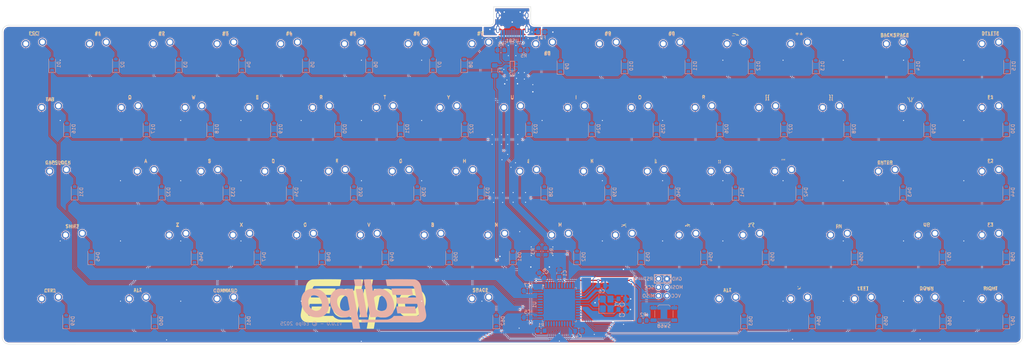
<source format=kicad_pcb>
(kicad_pcb (version 20241229) (generator "pcbnew") (generator_version "9.0")
  (layers (0 "F.Cu" signal) (2 "B.Cu" signal) (13 "F.Paste" user) (15 "B.Paste" user) (5 "F.SilkS" user "F.Silkscreen") (7 "B.SilkS" user "B.Silkscreen") (1 "F.Mask" user) (3 "B.Mask" user) (25 "Edge.Cuts" user))
  (net 0 "")
  (net 1 "GND")
  (net 2 "Net-(U1-UCAP)")
  (net 3 "XTAL2")
  (net 4 "XTAL1")
  (net 5 "+5V")
  (net 6 "row0")
  (net 7 "Net-(D1-A)")
  (net 8 "Net-(D2-A)")
  (net 9 "Net-(D3-A)")
  (net 10 "Net-(D4-A)")
  (net 11 "Net-(D5-A)")
  (net 12 "Net-(D6-A)")
  (net 13 "Net-(D7-A)")
  (net 14 "Net-(D8-A)")
  (net 15 "Net-(D9-A)")
  (net 16 "Net-(D10-A)")
  (net 17 "Net-(D11-A)")
  (net 18 "Net-(D12-A)")
  (net 19 "Net-(D13-A)")
  (net 20 "Net-(D14-A)")
  (net 21 "Net-(D15-A)")
  (net 22 "Net-(D16-A)")
  (net 23 "row1")
  (net 24 "Net-(D17-A)")
  (net 25 "Net-(D18-A)")
  (net 26 "Net-(D19-A)")
  (net 27 "Net-(D20-A)")
  (net 28 "Net-(D21-A)")
  (net 29 "Net-(D22-A)")
  (net 30 "Net-(D23-A)")
  (net 31 "Net-(D24-A)")
  (net 32 "Net-(D25-A)")
  (net 33 "Net-(D26-A)")
  (net 34 "Net-(D27-A)")
  (net 35 "Net-(D28-A)")
  (net 36 "Net-(D29-A)")
  (net 37 "Net-(D30-A)")
  (net 38 "Net-(D31-A)")
  (net 39 "row2")
  (net 40 "Net-(D32-A)")
  (net 41 "Net-(D33-A)")
  (net 42 "Net-(D34-A)")
  (net 43 "Net-(D35-A)")
  (net 44 "Net-(D36-A)")
  (net 45 "Net-(D37-A)")
  (net 46 "Net-(D38-A)")
  (net 47 "Net-(D39-A)")
  (net 48 "Net-(D40-A)")
  (net 49 "Net-(D41-A)")
  (net 50 "Net-(D42-A)")
  (net 51 "Net-(D43-A)")
  (net 52 "Net-(D44-A)")
  (net 53 "Net-(D45-A)")
  (net 54 "row3")
  (net 55 "Net-(D46-A)")
  (net 56 "Net-(D47-A)")
  (net 57 "Net-(D48-A)")
  (net 58 "Net-(D49-A)")
  (net 59 "Net-(D50-A)")
  (net 60 "Net-(D51-A)")
  (net 61 "Net-(D52-A)")
  (net 62 "Net-(D53-A)")
  (net 63 "Net-(D54-A)")
  (net 64 "Net-(D55-A)")
  (net 65 "Net-(D56-A)")
  (net 66 "Net-(D57-A)")
  (net 67 "Net-(D58-A)")
  (net 68 "Net-(D59-A)")
  (net 69 "row4")
  (net 70 "Net-(D60-A)")
  (net 71 "Net-(D61-A)")
  (net 72 "Net-(D62-A)")
  (net 73 "Net-(D63-A)")
  (net 74 "Net-(D64-A)")
  (net 75 "Net-(D65-A)")
  (net 76 "Net-(D66-A)")
  (net 77 "Net-(D67-A)")
  (net 78 "VCC")
  (net 79 "SCK")
  (net 80 "RESET")
  (net 81 "MISO")
  (net 82 "MOSI")
  (net 83 "Net-(U1-~{HWB}{slash}PE2)")
  (net 84 "D-")
  (net 85 "DN")
  (net 86 "D+")
  (net 87 "DP")
  (net 88 "Net-(USB1-CC2)")
  (net 89 "Net-(USB1-CC1)")
  (net 90 "col0")
  (net 91 "col1")
  (net 92 "col2")
  (net 93 "col3")
  (net 94 "col4")
  (net 95 "col5")
  (net 96 "col6")
  (net 97 "col7")
  (net 98 "col8")
  (net 99 "col9")
  (net 100 "col10")
  (net 101 "col11")
  (net 102 "col12")
  (net 103 "col13")
  (net 104 "col14")
  (net 110 "Earth")
  (footprint "Alps_Only:ALPS-2.25U" (layer "F.Cu") (at 38.895986 -82.562236)
    (property "Reference" "SW45")
    (property "Value" "SHIFT")
  )
  (footprint "Alps_Only:ALPS-1U" (layer "F.Cu") (at 312.739736 -82.562236)
    (property "Reference" "SW58")
    (property "Value" "F3")
  )
  (footprint "Alps_Only:ALPS-1U" (layer "F.Cu") (at 127.002236 -82.562236)
    (property "Reference" "SW49")
    (property "Value" "V")
  )
  (footprint "Alps_Only:ALPS-1U" (layer "F.Cu") (at 55.564736 -120.662236)
    (property "Reference" "SW17")
    (property "Value" "Q")
  )
  (footprint "Alps_Only:ALPS-1U" (layer "F.Cu") (at 117.477236 -101.612236)
    (property "Reference" "SW35")
    (property "Value" "F")
  )
  (footprint "Alps_Only:ALPS-1U" (layer "F.Cu") (at 88.902236 -82.562236)
    (property "Reference" "SW47")
    (property "Value" "X")
  )
  (footprint "Alps_Only:ALPS-1U" (layer "F.Cu") (at 203.202236 -82.562236)
    (property "Reference" "SW53")
    (property "Value" ",<")
  )
  (footprint "Alps_Only:ALPS-1U" (layer "F.Cu") (at 107.952236 -82.562236)
    (property "Reference" "SW48")
    (property "Value" "C")
  )
  (footprint "Alps_Only:ALPS-1U" (layer "F.Cu") (at 293.689736 -82.562236)
    (property "Reference" "SW57")
    (property "Value" "UP")
  )
  (footprint "Alps_Only:ALPS-1U" (layer "F.Cu") (at 274.639736 -63.512236)
    (property "Reference" "SW65")
    (property "Value" "LEFT")
  )
  (footprint "Alps_Only:ALPS-1U" (layer "F.Cu") (at 188.914736 -120.662236)
    (property "Reference" "SW24")
    (property "Value" "I")
  )
  (footprint "Alps_Only:ALPS-1U" (layer "F.Cu") (at 179.389736 -139.712236)
    (property "Reference" "SW9")
    (property "Value" "#8")
  )
  (footprint "Alps_Only:ALPS-1U" (layer "F.Cu") (at 265.114736 -120.662236)
    (property "Reference" "SW28")
    (property "Value" "}]")
  )
  (footprint "Alps_Only:ALPS-1U" (layer "F.Cu") (at 236.539736 -139.712236)
    (property "Reference" "SW12")
    (property "Value" "-_")
  )
  (footprint "Alps_Only:ALPS-1U" (layer "F.Cu") (at 122.239736 -139.712236)
    (property "Reference" "SW6")
    (property "Value" "#5")
  )
  (footprint "Alps_Only:ALPS-1U" (layer "F.Cu") (at 293.689736 -63.512236)
    (property "Reference" "SW66")
    (property "Value" "DOWN")
  )
  (footprint "Alps_Only:ALPS-1.25U" (layer "F.Cu") (at 57.945986 -63.512236)
    (property "Reference" "SW60")
    (property "Value" "ALT")
  )
  (footprint "Alps_Only:ALPS-1U" (layer "F.Cu") (at 312.739736 -120.662236)
    (property "Reference" "SW30")
    (property "Value" "F1")
  )
  (footprint "Alps_Only:ALPS-1U" (layer "F.Cu") (at 198.439736 -139.712236)
    (property "Reference" "SW10")
    (property "Value" "#9")
  )
  (footprint "Alps_Only:ALPS-1.75U" (layer "F.Cu") (at 34.133486 -101.612236)
    (property "Reference" "SW31")
    (property "Value" "CAPSLOCK")
  )
  (footprint "Alps_Only:ALPS-1U" (layer "F.Cu") (at 174.627236 -101.612236)
    (property "Reference" "SW38")
    (property "Value" "J")
  )
  (footprint "Alps_Only:ALPS-1U" (layer "F.Cu") (at 312.739736 -63.512236)
    (property "Reference" "SW67")
    (property "Value" "RIGHT")
  )
  (footprint "Alps_Only:ALPS-1.5U" (layer "F.Cu") (at 31.752236 -63.512236)
    (property "Reference" "SW59")
    (property "Value" "CTRL")
  )
  (footprint "Alps_Only:ALPS-1U" (layer "F.Cu") (at 160.339736 -139.712236)
    (property "Reference" "SW8")
    (property "Value" "#7")
  )
  (footprint "Alps_Only:ALPS-1U" (layer "F.Cu") (at 217.489736 -139.712236)
    (property "Reference" "SW11")
    (property "Value" "#0")
  )
  (footprint "Alps_Only:ALPS-1U" (layer "F.Cu") (at 312.739736 -139.712236)
    (property "Reference" "SW15")
    (property "Value" "DELETE")
  )
  (footprint "Alps_Only:ALPS-1U" (layer "F.Cu") (at 84.139736 -139.712236)
    (property "Reference" "SW4")
    (property "Value" "#3")
  )
  (footprint "Alps_Only:ALPS-1U" (layer "F.Cu") (at 184.152236 -82.562236)
    (property "Reference" "SW52")
    (property "Value" "M")
  )
  (footprint "Alps_Only:ALPS-2.25U" (layer "F.Cu") (at 281.783486 -101.612236)
    (property "Reference" "SW43")
    (property "Value" "ENTER")
  )
  (footprint "Alps_Only:ALPS-1U" (layer "F.Cu") (at 231.777236 -101.612236)
    (property "Reference" "SW41")
    (property "Value" ";:")
  )
  (footprint "Alps_Only:ALPS-1U" (layer "F.Cu") (at 246.064736 -120.662236)
    (property "Reference" "SW27")
    (property "Value" "[{")
  )
  (footprint "Alps_Only:ALPS-1U" (layer "F.Cu") (at 255.589736 -63.512236)
    (property "Reference" "SW64")
    (property "Value" "`~")
  )
  (footprint "Alps_Only:ALPS-1.5U" (layer "F.Cu") (at 288.927236 -120.662236)
    (property "Reference" "SW29")
    (property "Value" "\\|")
  )
  (footprint "Alps_Only:ALPS-1.5U" (layer "F.Cu") (at 84.139736 -63.512236)
    (property "Reference" "SW61")
    (property "Value" "COMMAND")
  )
  (footprint "Alps_Only:ALPS-1U" (layer "F.Cu") (at 112.714736 -120.662236)
    (property "Reference" "SW20")
    (property "Value" "R")
  )
  (footprint "Alps_Only:ALPS-1U" (layer "F.Cu") (at 150.814736 -120.662236)
    (property "Reference" "SW22")
    (property "Value" "Y")
  )
  (footprint "Alps_Only:ALPS-1U" (layer "F.Cu") (at 60.327236 -101.612236)
    (property "Reference" "SW32")
    (property "Value" "A")
  )
  (footprint "Alps_Only:ALPS-1U" (layer "F.Cu") (at 227.014736 -120.662236)
    (property "Reference" "SW26")
    (property "Value" "P")
  )
  (footprint "Alps_Only:ALPS-1U" (layer "F.Cu") (at 93.664736 -120.662236)
    (property "Reference" "SW19")
    (property "Value" "E")
  )
  (footprint "Alps_Only:ALPS-1U" (layer "F.Cu") (at 103.189736 -139.712236)
    (property "Reference" "SW5")
    (property "Value" "#4")
  )
  (footprint "Alps_Only:ALPS-1U" (layer "F.Cu") (at 169.864736 -120.662236)
    (property "Reference" "SW23")
    (property "Value" "U")
  )
  (footprint "Alps_Only:ALPS-1U" (layer "F.Cu") (at 146.052236 -82.562236)
    (property "Reference" "SW50")
    (property "Value" "B")
  )
  (footprint "Alps_Only:ALPS-1U" (layer "F.Cu") (at 255.589736 -139.712236)
    (property "Reference" "SW13")
    (property "Value" "=+")
  )
  (footprint "Alps_Only:ALPS-1U" (layer "F.Cu") (at 74.614736 -120.662236)
    (property "Reference" "SW18")
    (property "Value" "W")
  )
  (footprint "Alps_Only:ALPS-1U" (layer "F.Cu") (at 46.039736 -139.712236)
    (property "Reference" "SW2")
    (property "Value" "#1")
  )
  (footprint "Alps_Only:ALPS-1U" (layer "F.Cu") (at 26.989736 -139.712236)
    (property "Reference" "SW1")
    (property "Value" "ESC`")
  )
  (footprint "Alps_Only:ALPS-1U" (layer "F.Cu") (at 98.427236 -101.612236)
    (property "Reference" "SW34")
    (property "Value" "D")
  )
  (footprint "Alps_Only:ALPS-1U" (layer "F.Cu") (at 222.252236 -82.562236)
    (property "Reference" "SW54")
    (property "Value" ".>")
  )
  (footprint "Alps_Only:ALPS-1U" (layer "F.Cu") (at 212.727236 -101.612236)
    (property "Reference" "SW40")
    (property "Value" "L")
  )
  (footprint "Alps_Only:ALPS-1.75U" (layer "F.Cu") (at 267.495986 -82.562236)
    (property "Reference" "SW56")
    (property "Value" "FN")
  )
  (footprint "Alps_Only:ALPS-1U" (layer "F.Cu") (at 155.577236 -101.612236)
    (property "Reference" "SW37")
    (property "Value" "H")
  )
  (footprint "Alps_Only:ALPS-1.25U" (layer "F.Cu") (at 234.158486 -63.512236)
    (property "Reference" "SW63")
    (property "Value" "ALT")
  )
  (footprint "Alps_Only:ALPS-1U" (layer "F.Cu") (at 207.964736 -120.662236)
    (property "Reference" "SW25")
    (property "Value" "O")
  )
  (footprint "Alps_Only:ALPS-6.5U" (layer "F.Cu") (at 160.339736 -63.512236)
    (property "Reference" "SW62")
    (property "Value" "SPACE")
  )
  (footprint "Alps_Only:ALPS-1U" (layer "F.Cu") (at 250.827236 -101.612236)
    (property "Reference" "SW42")
    (property "Value" "'\"")
  )
  (footprint "Alps_Only:ALPS-1.5U" (layer "F.Cu") (at 31.752236 -120.662236)
    (property "Reference" "SW16")
    (property "Value" "TAB")
  )
  (footprint "Alps_Only:ALPS-1U" (layer "F.Cu") (at 193.677236 -101.612236)
    (property "Reference" "SW39")
    (property "Value" "K")
  )
  (footprint "Alps_Only:ALPS-1U" (layer "F.Cu") (at 65.089736 -139.712236)
    (property "Reference" "SW3")
    (property "Value" "#2")
  )
  (footprint "Alps_Only:ALPS-1U" (layer "F.Cu") (at 79.377236 -101.612236)
    (property "Reference" "SW33")
    (property "Value" "S")
  )
  (footprint "Alps_Only:ALPS-1U" (layer "F.Cu") (at 141.289736 -139.712236)
    (property "Reference" "SW7")
    (property "Value" "#6")
  )
  (footprint "Alps_Only:ALPS-1U" (layer "F.Cu") (at 136.527236 -101.612236)
    (property "Reference" "SW36")
    (property "Value" "G")
  )
  (footprint "Alps_Only:ALPS-1U" (layer "F.Cu") (at 131.764736 -120.662236)
    (property "Reference" "SW21")
    (property "Value" "T")
  )
  (footprint "Alps_Only:ALPS-1U" (layer "F.Cu") (at 69.852236 -82.562236)
    (property "Reference" "SW46")
    (property "Value" "Z")
  )
  (footprint "Alps_Only:ALPS-1U" (layer "F.Cu") (at 165.102236 -82.562236)
    (property "Reference" "SW51")
    (property "Value" "N")
  )
  (footprint "Alps_Only:ALPS-1U" (layer "F.Cu") (at 312.739736 -101.612236)
    (property "Reference" "SW44")
    (property "Value" "F2")
  )
  (footprint "Alps_Only:ALPS-1U" (layer "F.Cu") (at 241.302236 -82.562236)
    (property "Reference" "SW55")
    (property "Value" "/?")
  )
  (footprint "Alps_Only:ALPS-2U" (layer "F.Cu") (at 284.164736 -139.712236)
    (property "Reference" "SW14")
    (property "Value" "BACKSPACE")
  )
  (footprint "Alps_Only:EdipoSLogo" (layer "F.Cu") (at 125.4125 -65.88125)
    (property "Reference" "G***" (hide yes))
    (property "Value" "LOGO" (hide yes))
  )
  (footprint "Diode_SMD:D_SOD-123" (layer "B.Cu") (at 108.193536 -137.476036 90)
    (property "Reference" "D5")
    (property "Value" "D")
  )
  (footprint "Resistor_SMD:R_0805_2012Metric_Pad1.20x1.40mm_HandSolder" (layer "B.Cu") (at 209 -61 180)
    (property "Reference" "R2")
    (property "Value" "10k")
  )
  (footprint "Diode_SMD:D_SOD-123" (layer "B.Cu") (at 98.668536 -118.299036 90)
    (property "Reference" "D19")
    (property "Value" "D")
  )
  (footprint "Diode_SMD:D_SOD-123" (layer "B.Cu") (at 65.140536 -99.378036 90)
    (property "Reference" "D32")
    (property "Value" "D")
  )
  (footprint "Diode_SMD:D_SOD-123" (layer "B.Cu") (at 272.150536 -80.074036 90)
    (property "Reference" "D56")
    (property "Value" "D")
  )
  (footprint "Diode_SMD:D_SOD-123" (layer "B.Cu") (at 298.439536 -80.074036 90)
    (property "Reference" "D57")
    (property "Value" "D")
  )
  (footprint "Resistor_SMD:R_0805_2012Metric_Pad1.20x1.40mm_HandSolder" (layer "B.Cu") (at 177.6868 -81.670599 -90)
    (property "Reference" "R3")
    (property "Value" "22")
  )
  (footprint "Diode_SMD:D_SOD-123" (layer "B.Cu") (at 317.743536 -137.095036 90)
    (property "Reference" "D15")
    (property "Value" "D")
  )
  (footprint "Diode_SMD:D_SOD-123" (layer "B.Cu") (at 212.968536 -118.299036 90)
    (property "Reference" "D25")
    (property "Value" "D")
  )
  (footprint "Diode_SMD:D_SOD-123" (layer "B.Cu") (at 136.514536 -118.299036 90)
    (property "Reference" "D21")
    (property "Value" "D")
  )
  (footprint "Diode_SMD:D_SOD-123" (layer "B.Cu") (at 279.516536 -60.897036 90)
    (property "Reference" "D65")
    (property "Value" "D")
  )
  (footprint "Package_QFP:TQFP-44_10x10mm_P0.8mm" (layer "B.Cu") (at 183.938036 -65.735036 -90)
    (property "Reference" "U1")
    (property "Value" "ATmega32U4-A")
  )
  (footprint "Capacitor_SMD:C_0805_2012Metric_Pad1.18x1.45mm_HandSolder" (layer "B.Cu") (at 202.65 -64.29375)
    (property "Reference" "C3")
    (property "Value" "22p")
  )
  (footprint "Diode_SMD:D_SOD-123" (layer "B.Cu") (at 39.105536 -99.378036 90)
    (property "Reference" "D31")
    (property "Value" "D")
  )
  (footprint "Diode_SMD:D_SOD-123" (layer "B.Cu") (at 236.590536 -99.28125 90)
    (property "Reference" "D41")
    (property "Value" "D")
  )
  (footprint "Diode_SMD:D_SOD-123" (layer "B.Cu") (at 239.130536 -60.897036 90)
    (property "Reference" "D63")
    (property "Value" "D")
  )
  (footprint "Diode_SMD:D_SOD-123" (layer "B.Cu") (at 32.374536 -137.476036 90)
    (property "Reference" "D1")
    (property "Value" "D")
  )
  (footprint "Diode_SMD:D_SOD-123" (layer "B.Cu") (at 317.489536 -80.074036 90)
    (property "Reference" "D58")
    (property "Value" "D")
  )
  (footprint "Diode_SMD:D_SOD-123" (layer "B.Cu") (at 241.416536 -137.095036 90)
    (property "Reference" "D12")
    (property "Value" "D")
  )
  (footprint "Diode_SMD:D_SOD-123" (layer "B.Cu") (at 293.867536 -118.299036 90)
    (property "Reference" "D29")
    (property "Value" "D")
  )
  (footprint "random-keyboard-parts:SOT143B" (layer "B.Cu") (at 169.880736 -137.030036 180)
    (property "Reference" "U2")
    (property "Value" "PRTR5V0U2X")
  )
  (footprint "Diode_SMD:D_SOD-123" (layer "B.Cu") (at 131.942536 -80.074036 90)
    (property "Reference" "D49")
    (property "Value" "D")
  )
  (footprint "Diode_SMD:D_SOD-123" (layer "B.Cu") (at 117.845536 -118.299036 90)
    (property "Reference" "D20")
    (property "Value" "D")
  )
  (footprint "Diode_SMD:D_SOD-123" (layer "B.Cu") (at 260.593536 -137.095036 90)
    (property "Reference" "D13")
    (property "Value" "D")
  )
  (footprint "Fuse:Fuse_1206_3216Metric_Pad1.42x1.75mm_HandSolder" (layer "B.Cu") (at 164.632336 -135.738736 90)
    (property "Reference" "F1")
    (property "Value" "500m")
  )
  (footprint "Diode_SMD:D_SOD-123" (layer "B.Cu") (at 179.440536 -99.378036 90)
    (property "Reference" "D38")
    (property "Value" "D")
  )
  (footprint "Diode_SMD:D_SOD-123" (layer "B.Cu") (at 141.467536 -99.378036 90)
    (property "Reference" "D36")
    (property "Value" "D")
  )
  (footprint "Diode_SMD:D_SOD-123" (layer "B.Cu") (at 174.868536 -118.299036 90)
    (property "Reference" "D23")
    (property "Value" "D")
  )
  (footprint "Capacitor_SMD:C_0805_2012Metric_Pad1.18x1.45mm_HandSolder" (layer "B.Cu") (at 196.60625 -71.4375)
    (property "Reference" "C6")
    (property "Value" "0.1u")
  )
  (footprint "Inductor_SMD:L_0805_2012Metric_Pad1.15x1.40mm_HandSolder" (layer "B.Cu") (at 178.575 -147.2)
    (property "Reference" "FB1")
    (property "Value" "60@100MHz")
  )
  (footprint "Capacitor_SMD:C_0805_2012Metric_Pad1.18x1.45mm_HandSolder" (layer "B.Cu") (at 202.65 -67.46875)
    (property "Reference" "C2")
    (property "Value" "22p")
  )
  (footprint "Diode_SMD:D_SOD-123" (layer "B.Cu") (at 245.607536 -80.074036 90)
    (property "Reference" "D55")
    (property "Value" "D")
  )
  (footprint "Diode_SMD:D_SOD-123" (layer "B.Cu") (at 255.640536 -99.378036 90)
    (property "Reference" "D42")
    (property "Value" "D")
  )
  (footprint "Capacitor_SMD:C_0805_2012Metric_Pad1.18x1.45mm_HandSolder" (layer "B.Cu") (at 174.38125 -61.9125 180)
    (property "Reference" "C5")
    (property "Value" "0.1u")
  )
  (footprint "Diode_SMD:D_SOD-123" (layer "B.Cu") (at 217.540536 -99.378036 90)
    (property "Reference" "D40")
    (property "Value" "D")
  )
  (footprint "Diode_SMD:D_SOD-123" (layer "B.Cu") (at 160.517536 -99.378036 90)
    (property "Reference" "D37")
    (property "Value" "D")
  )
  (footprint "Diode_SMD:D_SOD-123" (layer "B.Cu") (at 36.819536 -118.299036 90)
    (property "Reference" "D16")
    (property "Value" "D")
  )
  (footprint "Resistor_SMD:R_0805_2012Metric_Pad1.20x1.40mm_HandSolder" (layer "B.Cu") (at 173.328536 -141.795036)
    (property "Reference" "R5")
    (property "Value" "5.1k")
  )
  (footprint "Diode_SMD:D_SOD-123" (layer "B.Cu") (at 286.628536 -99.378036 90)
    (property "Reference" "D43")
    (property "Value" "D")
  )
  (footprint "Diode_SMD:D_SOD-123" (layer "B.Cu") (at 36.565536 -60.897036 90)
    (property "Reference" "D59")
    (property "Value" "D")
  )
  (footprint "Diode_SMD:D_SOD-123" (layer "B.Cu") (at 317.489536 -60.897036 90)
    (property "Reference" "D67")
    (property "Value" "D")
  )
  (footprint "Diode_SMD:D_SOD-123" (layer "B.Cu") (at 146.166536 -137.476036 90)
    (property "Reference" "D7")
    (property "Value" "D")
  )
  (footprint "Diode_SMD:D_SOD-123" (layer "B.Cu") (at 113.019536 -80.074036 90)
    (property "Reference" "D48")
    (property "Value" "D")
  )
  (footprint "Diode_SMD:D_SOD-123" (layer "B.Cu") (at 79.618536 -118.299036 90)
    (property "Reference" "D18")
    (property "Value" "D")
  )
  (footprint "Diode_SMD:D_SOD-123" (layer "B.Cu") (at 62.981536 -60.897036 90)
    (property "Reference" "D60")
    (property "Value" "D")
  )
  (footprint "Alps_Only:EdipoSLogo" (layer "B.Cu") (at 125.4125 -65.88125 180)
    (property "Reference" "G***" (hide yes))
    (property "Value" "LOGO" (hide yes))
  )
  (footprint "Capacitor_SMD:C_0805_2012Metric_Pad1.18x1.45mm_HandSolder" (layer "B.Cu") (at 178.653877 -74.552373 135)
    (property "Reference" "C8")
    (property "Value" "10u")
  )
  (footprint "Diode_SMD:D_SOD-123" (layer "B.Cu") (at 103.392936 -99.378036 90)
    (property "Reference" "D34")
    (property "Value" "D")
  )
  (footprint "Resistor_SMD:R_0805_2012Metric_Pad1.20x1.40mm_HandSolder" (layer "B.Cu") (at 178.5 -58 180)
    (property "Reference" "R1")
    (property "Value" "10k")
  )
  (footprint "Diode_SMD:D_SOD-123" (layer "B.Cu") (at 208.396536 -80.074036 90)
    (property "Reference" "D53")
    (property "Value" "D")
  )
  (footprint "Capacitor_SMD:C_0805_2012Metric_Pad1.18x1.45mm_HandSolder" (layer "B.Cu") (at 183.925 -75.1125 90)
    (property "Reference" "C1")
    (property "Value" "1u")
  )
  (footprint "Resistor_SMD:R_0805_2012Metric_Pad1.20x1.40mm_HandSolder" (layer "B.Cu") (at 166.477136 -141.795036 180)
    (property "Reference" "R6")
    (property "Value" "5.1k")
  )
  (footprint "Diode_SMD:D_SOD-123" (layer "B.Cu") (at 60.568536 -118.299036 90)
    (property "Reference" "D17")
    (property "Value" "D")
  )
  (footprint "Diode_SMD:D_SOD-123" (layer "B.Cu") (at 251.068536 -118.299036 90)
    (property "Reference" "D27")
    (property "Value" "D")
  )
  (footprint "Diode_SMD:D_SOD-123" (layer "B.Cu") (at 44.058536 -80.074036 90)
    (property "Reference" "D45")
    (property "Value" "D")
  )
  (footprint "Diode_SMD:D_SOD-123" (layer "B.Cu") (at 89.143536 -137.476036 90)
    (property "Reference" "D4")
    (property "Value" "D")
  )
  (footprint "Diode_SMD:D_SOD-123" (layer "B.Cu") (at 74.919536 -80.074036 90)
    (property "Reference" "D46")
    (property "Value" "D")
  )
  (footprint "Diode_SMD:D_SOD-123" (layer "B.Cu") (at 89.143536 -60.897036 90)
    (property "Reference" "D61")
    (property "Value" "D")
  )
  (footprint "Diode_SMD:D_SOD-123" (layer "B.Cu") (at 289.168536 -137.095036 90)
    (property "Reference" "D14")
    (property "Value" "D")
  )
  (footprint "Diode_SMD:D_SOD-123" (layer "B.Cu") (at 198.490536 -99.378036 90)
    (property "Reference" "D39")
    (property "Value" "D")
  )
  (footprint "Diode_SMD:D_SOD-123" (layer "B.Cu") (at 122.544536 -99.378036 90)
    (property "Reference" "D35")
    (property "Value" "D")
  )
  (footprint "Diode_SMD:D_SOD-123" (layer "B.Cu") (at 193.664536 -118.299036 90)
    (property "Reference" "D24")
    (property "Value" "D")
  )
  (footprint "Type-C:HRO-TYPE-C-31-M-12-HandSoldering" (layer "B.Cu") (at 169.862736 -154.787436)
    (property "Reference" "USB1")
    (property "Value" "HRO-TYPE-C-31-M-12")
  )
  (footprint "Resistor_SMD:R_0805_2012Metric_Pad1.20x1.40mm_HandSolder" (layer "B.Cu") (at 179.8044 -81.670599 -90)
    (property "Reference" "R4")
    (property "Value" "22")
  )
  (footprint "Diode_SMD:D_SOD-123" (layer "B.Cu") (at 203.443536 -137.095036 90)
    (property "Reference" "D10")
    (property "Value" "D")
  )
  (footprint "Diode_SMD:D_SOD-123" (layer "B.Cu") (at 222.493536 -137.095036 90)
    (property "Reference" "D11")
    (property "Value" "D")
  )
  (footprint "Diode_SMD:D_SOD-123" (layer "B.Cu") (at 84.444536 -99.378036 90)
    (property "Reference" "D33")
    (property "Value" "D")
  )
  (footprint "Capacitor_SMD:C_0805_2012Metric_Pad1.18x1.45mm_HandSolder" (layer "B.Cu") (at 174.38125 -69.85 180)
    (property "Reference" "C7")
    (property "Value" "0.1u")
  )
  (footprint "Diode_SMD:D_SOD-123" (layer "B.Cu") (at 93.715536 -80.074036 90)
    (property "Reference" "D47")
    (property "Value" "D")
  )
  (footprint "Diode_SMD:D_SOD-123" (layer "B.Cu") (at 155.691536 -118.299036 90)
    (property "Reference" "D22")
    (property "Value" "D")
  )
  (footprint "Diode_SMD:D_SOD-123" (layer "B.Cu") (at 127.116536 -137.476036 90)
    (property "Reference" "D6")
    (property "Value" "D")
  )
  (footprint "Diode_SMD:D_SOD-123" (layer "B.Cu") (at 150.992536 -80.074036 90)
    (property "Reference" "D50")
    (property "Value" "D")
  )
  (footprint "Capacitor_SMD:C_0805_2012Metric_Pad1.18x1.45mm_HandSolder" (layer "B.Cu") (at 189.70625 -57.94375)
    (property "Reference" "C4")
    (property "Value" "0.1u")
  )
  (footprint "Diode_SMD:D_SOD-123" (layer "B.Cu") (at 317.489536 -99.378036 90)
    (property "Reference" "D44")
    (property "Value" "D")
  )
  (footprint "random-keyboard-parts:Reset_Pretty-Mask" (layer "B.Cu") (at 214.83 -70.94)
    (property "Reference" "J1")
    (property "Value" "AVR-ISP-6")
  )
  (footprint "Diode_SMD:D_SOD-123" (layer "B.Cu") (at 269.991536 -118.299036 90)
    (property "Reference" "D28")
    (property "Value" "D")
  )
  (footprint "Diode_SMD:D_SOD-123" (layer "B.Cu") (at 227.192536 -80.074036 90)
    (property "Reference" "D54")
    (property "Value" "D")
  )
  (footprint "Diode_SMD:D_SOD-123" (layer "B.Cu") (at 155.513736 -137.476036 90)
    (property "Reference" "D8")
    (property "Value" "D")
  )
  (footprint "Diode_SMD:D_SOD-123" (layer "B.Cu") (at 189.219536 -80.074036 90)
    (property "Reference" "D52")
    (property "Value" "D")
  )
  (footprint "Button_Switch_SMD:SW_SPST_SKQG_WithStem" (layer "B.Cu") (at 215.2 -62.95)
    (property "Reference" "SW68")
    (property "Value" "SW_Push_Reset")
  )
  (footprint "Diode_SMD:D_SOD-123" (layer "B.Cu") (at 298.566536 -60.897036 90)
    (property "Reference" "D66")
    (property "Value" "D")
  )
  (footprint "Diode_SMD:D_SOD-123" (layer "B.Cu") (at 231.891536 -118.299036 90)
    (property "Reference" "D26")
    (property "Value" "D")
  )
  (footprint "Diode_SMD:D_SOD-123" (layer "B.Cu") (at 184.266536 -136.968036 90)
    (property "Reference" "D9")
    (property "Value" "D")
  )
  (footprint "Crystal:Crystal_SMD_3225-4Pin_3.2x2.5mm_HandSoldering" (layer "B.Cu") (at 198.077136 -65.952836 90)
    (property "Reference" "Y1")
    (property "Value" "XTAL")
  )
  (footprint "Diode_SMD:D_SOD-123" (layer "B.Cu") (at 259.450536 -60.897036 90)
    (property "Reference" "D64")
    (property "Value" "D")
  )
  (footprint "Diode_SMD:D_SOD-123" (layer "B.Cu") (at 165.089536 -60.897036 90)
    (property "Reference" "D62")
    (property "Value" "D")
  )
  (footprint "Diode_SMD:D_SOD-123" (layer "B.Cu") (at 317.489536 -118.299036 90)
    (property "Reference" "D30")
    (property "Value" "D")
  )
  (footprint "Diode_SMD:D_SOD-123" (layer "B.Cu") (at 70.220536 -137.476036 90)
    (property "Reference" "D3")
    (property "Value" "D")
  )
  (footprint "Diode_SMD:D_SOD-123" (layer "B.Cu") (at 51.424536 -137.476036 90)
    (property "Reference" "D2")
    (property "Value" "D")
  )
  (footprint "Diode_SMD:D_SOD-123" (layer "B.Cu") (at 170.042536 -80.074036 90)
    (property "Reference" "D51")
    (property "Value" "D")
  )
  (gr_arc (start 19.460852 -53.985852) (mid 18.046596 -54.571615) (end 17.460786 -55.985852) (stroke (width 0.1)) (layer "Edge.Cuts"))
  (gr_line (start 320.260852 -53.99572) (end 19.460852 -53.985852) (stroke (width 0.1)) (layer "Edge.Cuts"))
  (gr_line (start 176.41875 -149.235786) (end 320.260786 -149.235786) (stroke (width 0.1)) (layer "Edge.Cuts"))
  (gr_line (start 175.41875 -150.235786) (end 175.41875 -154.78125) (stroke (width 0.1)) (layer "Edge.Cuts"))
  (gr_arc (start 176.41875 -149.235786) (mid 175.711606 -149.528661) (end 175.41875 -150.235786) (stroke (width 0.1)) (layer "Edge.Cuts"))
  (gr_arc (start 320.260786 -149.235786) (mid 321.675 -148.65) (end 322.260786 -147.235786) (stroke (width 0.1)) (layer "Edge.Cuts"))
  (gr_line (start 164.30625 -150.235786) (end 164.30625 -154.78125) (stroke (width 0.1)) (layer "Edge.Cuts"))
  (gr_line (start 17.460786 -55.985852) (end 17.460786 -147.235786) (stroke (width 0.1)) (layer "Edge.Cuts"))
  (gr_line (start 322.260786 -147.235786) (end 322.260786 -55.99572) (stroke (width 0.1)) (layer "Edge.Cuts"))
  (gr_arc (start 322.260786 -55.99572) (mid 321.675035 -54.581508) (end 320.260852 -53.99572) (stroke (width 0.1)) (layer "Edge.Cuts"))
  (gr_arc (start 17.460786 -147.235786) (mid 18.046572 -148.65) (end 19.460786 -149.235786) (stroke (width 0.1)) (layer "Edge.Cuts"))
  (gr_line (start 164.30625 -154.78125) (end 175.41875 -154.78125) (stroke (width 0.1)) (layer "Edge.Cuts"))
  (gr_line (start 163.314685 -149.235786) (end 19.460786 -149.235786) (stroke (width 0.1)) (layer "Edge.Cuts"))
  (gr_arc (start 164.30625 -150.235786) (mid 164.013349 -149.528706) (end 163.30625 -149.235786) (stroke (width 0.1)) (layer "Edge.Cuts"))
  (gr_text "v1.0.0 - © Edipo 2025" (at 119.0625 -59.507841 -0) (layer "B.SilkS") (effects (font (size 1 1) (thickness 0.1)) (justify left bottom mirror)))
  (segment (start 203.1 -76.29375) (end 181.675 -76.29375) (width 0.381) (layer "F.Cu") (net 1))
  (segment (start 171.4375 -131.75) (end 171.45 -131.7625) (width 0.381) (layer "F.Cu") (net 1))
  (segment (start 167.6625 -131.7625) (end 167.625 -131.725) (width 0.381) (layer "F.Cu") (net 1))
  (segment (start 181.8 -82.65) (end 181.8 -82.7) (width 0.2) (layer "F.Cu") (net 1))
  (segment (start 175.41875 -76.99375) (end 168.304322 -76.99375) (width 0.381) (layer "F.Cu") (net 1))
  (segment (start 168.304322 -76.99375) (end 166.224036 -79.074036) (width 0.381) (layer "F.Cu") (net 1))
  (segment (start 166.224036 -80.144714) (end 166.2 -80.16875) (width 0.381) (layer "F.Cu") (net 1))
  (segment (start 180.975 -76.99375) (end 175.41875 -76.99375) (width 0.381) (layer "F.Cu") (net 1))
  (segment (start 166.224036 -79.074036) (end 166.224036 -80.144714) (width 0.381) (layer "F.Cu") (net 1))
  (segment (start 181.675 -76.29375) (end 180.975 -76.99375) (width 0.381) (layer "F.Cu") (net 1))
  (segment (start 171.45 -131.7625) (end 167.6625 -131.7625) (width 0.381) (layer "F.Cu") (net 1))
  (via (at 175.55 -83) (size 0.6) (drill 0.3) (layers "F.Cu" "B.Cu") (net 1))
  (via (at 291.76 -55.36) (size 0.6) (drill 0.3) (layers "F.Cu" "B.Cu") (net 1))
  (via (at 183.96 -54.86) (size 0.6) (drill 0.3) (layers "F.Cu" "B.Cu") (net 1))
  (via (at 163.864736 -116.562236) (size 0.6) (drill 0.3) (layers "F.Cu" "B.Cu") (net 1))
  (via (at 70.8 -84.785686) (size 0.6) (drill 0.3) (layers "F.Cu" "B.Cu") (net 1))
  (via (at 88.8 -102.785686) (size 0.6) (drill 0.3) (layers "F.Cu" "B.Cu") (net 1))
  (via (at 214.8 -84.785686) (size 0.6) (drill 0.3) (layers "F.Cu" "B.Cu") (net 1))
  (via (at 178.8 -120.785686) (size 0.6) (drill 0.3) (layers "F.Cu" "B.Cu") (net 1))
  (via (at 169.5 -106.8) (size 0.6) (drill 0.3) (layers "F.Cu" "B.Cu") (net 1))
  (via (at 163.864736 -113.662236) (size 0.6) (drill 0.3) (layers "F.Cu" "B.Cu") (net 1))
  (via (at 176.014736 -131.487236) (size 0.6) (drill 0.3) (layers "F.Cu" "B.Cu") (net 1))
  (via (at 286.8 -138.785686) (size 0.6) (drill 0.3) (layers "F.Cu" "B.Cu") (net 1))
  (via (at 268.8 -84.785686) (size 0.6) (drill 0.3) (layers "F.Cu" "B.Cu") (net 1))
  (via (at 34.8 -84.785686) (size 0.6) (drill 0.3) (layers "F.Cu" "B.Cu") (net 1))
  (via (at 168.7 -140.15) (size 0.6) (drill 0.3) (layers "F.Cu" "B.Cu") (net 1))
  (via (at 232.8 -138.785686) (size 0.6) (drill 0.3) (layers "F.Cu" "B.Cu") (net 1))
  (via (at 160.9 -145.35) (size 0.6) (drill 0.3) (layers "F.Cu" "B.Cu") (net 1))
  (via (at 268.8 -102.785686) (size 0.6) (drill 0.3) (layers "F.Cu" "B.Cu") (net 1))
  (via (at 168.5 -116.55) (size 0.6) (drill 0.3) (layers "F.Cu" "B.Cu") (net 1))
  (via (at 124.8 -102.785686) (size 0.6) (drill 0.3) (layers "F.Cu" "B.Cu") (net 1))
  (via (at 182 -80.45) (size 0.6) (drill 0.3) (layers "F.Cu" "B.Cu") (net 1))
  (via (at 171.525 -113.675) (size 0.6) (drill 0.3) (layers "F.Cu" "B.Cu") (net 1))
  (via (at 304.8 -102.785686) (size 0.6) (drill 0.3) (layers "F.Cu" "B.Cu") (net 1))
  (via (at 174.625 -145.25625) (size 0.6) (drill 0.3) (layers "F.Cu" "B.Cu") (net 1))
  (via (at 168.5 -113.65) (size 0.6) (drill 0.3) (layers "F.Cu" "B.Cu") (net 1))
  (via (at 171.45 -131.7625) (size 0.8) (drill 0.4) (layers "F.Cu" "B.Cu") (net 1))
  (via (at 167.35 -136.05) (size 0.6) (drill 0.3) (layers "F.Cu" "B.Cu") (net 1))
  (via (at 165.1 -145.25625) (size 0.6) (drill 0.3) (layers "F.Cu" "B.Cu") (net 1))
  (via (at 70.8 -102.785686) (size 0.6) (drill 0.3) (layers "F.Cu" "B.Cu") (net 1))
  (via (at 173.85 -99.25) (size 0.6) (drill 0.3) (layers "F.Cu" "B.Cu") (net 1))
  (via (at 250.8 -138.785686) (size 0.6) (drill 0.3) (layers "F.Cu" "B.Cu") (net 1))
  (via (at 253.63 -55.39) (size 0.6) (drill 0.3) (layers "F.Cu" "B.Cu") (net 1))
  (via (at 160.8 -66.785686) (size 0.6) (drill 0.3) (layers "F.Cu" "B.Cu") (net 1))
  (via (at 286.8 -84.785686) (size 0.6) (drill 0.3) (layers "F.Cu" "B.Cu") (net 1))
  (via (at 166.8 -109.05) (size 0.6) (drill 0.3) (layers "F.Cu" "B.Cu") (net 1))
  (via (at 164.3 -99.2) (size 0.6) (drill 0.3) (layers "F.Cu" "B.Cu") (net 1))
  (via (at 142.8 -102.785686) (size 0.6) (drill 0.3) (layers "F.Cu" "B.Cu") (net 1))
  (via (at 232.8 -102.785686) (size 0.6) (drill 0.3) (layers "F.Cu" "B.Cu") (net 1))
  (via (at 106.8 -120.785686) (size 0.6) (drill 0.3) (layers "F.Cu" "B.Cu") (net 1))
  (via (at 142.8 -120.785686) (size 0.6) (drill 0.3) (layers "F.Cu" "B.Cu") (net 1))
  (via (at 182 -83) (size 0.6) (drill 0.3) (layers "F.Cu" "B.Cu") (net 1))
  (via (at 124.77 -54.79) (size 0.6) (drill 0.3) (layers "F.Cu" "B.Cu") (net 1))
  (via (at 182 -147.2) (size 0.8) (drill 0.4) (layers "F.Cu" "B.Cu") (net 1))
  (via (at 52.8 -66.785686) (size 0.6) (drill 0.3) (layers "F.Cu" "B.Cu") (net 1))
  (via (at 88.8 -84.785686) (size 0.6) (drill 0.3) (layers "F.Cu" "B.Cu") (net 1))
  (via (at 167 -96.3) (size 0.6) (drill 0.3) (layers "F.Cu" "B.Cu") (net 1))
  (via (at 173.5 -135.1) (size 0.6) (drill 0.3) (layers "F.Cu" "B.Cu") (net 1))
  (via (at 166.65 -116.525) (size 0.6) (drill 0.3) (layers "F.Cu" "B.Cu") (net 1))
  (via (at 173.85 -96.35) (size 0.6) (drill 0.3) (layers "F.Cu" "B.Cu") (net 1))
  (via (at 173.5 -133.15) (size 0.6) (drill 0.3) (layers "F.Cu" "B.Cu") (net 1))
  (via (at 106.8 -66.785686) (size 0.6) (drill 0.3) (layers "F.Cu" "B.Cu") (net 1))
  (via (at 196.8 -102.785686) (size 0.6) (drill 0.3) (layers "F.Cu" "B.Cu") (net 1))
  (via (at 52.8 -102.785686) (size 0.6) (drill 0.3) (layers "F.Cu" "B.Cu") (net 1))
  (via (at 205.25 -67.46) (size 0.8) (drill 0.4) (layers "F.Cu" "B.Cu") (net 1))
  (via (at 34.8 -120.785686) (size 0.6) (drill 0.3) (layers "F.Cu" "B.Cu") (net 1))
  (via (at 124.8 -138.785686) (size 0.6) (drill 0.3) (layers "F.Cu" "B.Cu") (net 1))
  (via (at 232.8 -84.785686) (size 0.6) (drill 0.3) (layers "F.Cu" "B.Cu") (net 1))
  (via (at 286.8 -120.785686) (size 0.6) (drill 0.3) (layers "F.Cu" "B.Cu") (net 1))
  (via (at 171.94 -58.72) (size 0.6) (drill 0.3) (layers "F.Cu" "B.Cu") (net 1))
  (via (at 250.8 -102.785686) (size 0.6) (drill 0.3) (layers "F.Cu" "B.Cu") (net 1))
  (via (at 304.8 -84.785686) (size 0.6) (drill 0.3) (layers "F.Cu" "B.Cu") (net 1))
  (via (at 171.525 -116.575) (size 0.6) (drill 0.3) (layers "F.Cu" "B.Cu") (net 1))
  (via (at 203.1 -76.29375) (size 0.8) (drill 0.4) (layers "F.Cu" "B.Cu") (net 1))
  (via (at 205.2 -64.3) (size 0.8) (drill 0.4) (layers "F.Cu" "B.Cu") (net 1))
  (via (at 166.65 -113.625) (size 0.6) (drill 0.3) (layers "F.Cu" "B.Cu") (net 1))
  (via (at 170.15 -96.35) (size 0.6) (drill 0.3) (layers "F.Cu" "B.Cu") (net 1))
  (via (at 170.15 -99.25) (size 0.6) (drill 0.3) (layers "F.Cu" "B.Cu") (net 1))
  (via (at 268.8 -138.785686) (size 0.6) (drill 0.3) (layers "F.Cu" "B.Cu") (net 1))
  (via (at 70.8 -66.785686) (size 0.6) (drill 0.3) (layers "F.Cu" "B.Cu") (net 1))
  (via (at 170.95 -143.2) (size 0.6) (drill 0.3) (layers "F.Cu" "B.Cu") (net 1))
  (via (at 170.85 -108.15) (size 0.6) (drill 0.3) (layers "F.Cu" "B.Cu") (net 1))
  (via (at 164.3 -96.3) (size 0.6) (drill 0.3) (layers "F.Cu" "B.Cu") (net 1))
  (via (at 304.8 -66.785686) (size 0.6) (drill 0.3) (layers "F.Cu" "B.Cu") (net 1))
  (via (at 214.8 -102.785686) (size 0.6) (drill 0.3) (layers "F.Cu" "B.Cu") (net 1))
  (via (at 203.14 -59.86) (size 0.6) (drill 0.3) (layers "F.Cu" "B.Cu") (net 1))
  (via (at 214.8 -120.785686) (size 0.6) (drill 0.3) (layers "F.Cu" "B.Cu") (net 1))
  (via (at 304.8 -138.785686) (size 0.6) (drill 0.3) (layers "F.Cu" "B.Cu") (net 1))
  (via (at 88.8 -120.785686) (size 0.6) (drill 0.3) (layers "F.Cu" "B.Cu") (net 1))
  (via (at 171.15 -133.4) (size 0.6) (drill 0.3) (layers "F.Cu" "B.Cu") (net 1))
  (via (at 166.2 -80.16875) (size 0.8) (drill 0.4) (layers "F.Cu" "B.Cu") (net 1))
  (via (at 180.975 -76.99375) (size 0.8) (drill 0.4) (layers "F.Cu" "B.Cu") (net 1))
  (via (at 171.75 -135) (size 0.6) (drill 0.3) (layers "F.Cu" "B.Cu") (net 1))
  (via (at 175.55 -80.45) (size 0.6) (drill 0.3) (layers "F.Cu" "B.Cu") (net 1))
  (via (at 66.58 -55.22) (size 0.6) (drill 0.3) (layers "F.Cu" "B.Cu") (net 1))
  (via (at 194.39 -56.87) (size 0.6) (drill 0.3) (layers "F.Cu" "B.Cu") (net 1))
  (via (at 142.8 -66.785686) (size 0.6) (drill 0.3) (layers "F.Cu" "B.Cu") (net 1))
  (via (at 178.59375 -145.25625) (size 0.6) (drill 0.3) (layers "F.Cu" "B.Cu") (net 1))
  (via (at 167.625 -131.725) (size 0.8) (drill 0.4) (layers "F.Cu" "B.Cu") (net 1))
  (via (at 172.102236 -87.562236) (size 0.6) (drill 0.3) (layers "F.Cu" "B.Cu") (net 1))
  (via (at 142.8 -138.785686) (size 0.6) (drill 0.3) (layers "F.Cu" "B.Cu") (net 1))
  (via (at 170.95 -140.15) (size 0.6) (drill 0.3) (layers "F.Cu" "B.Cu") (net 1))
  (via (at 268.8 -66.785686) (size 0.6) (drill 0.3) (layers "F.Cu" "B.Cu") (net 1))
  (via (at 168.275 -132.875) (size 0.6) (drill 0.3) (layers "F.Cu" "B.Cu") (net 1))
  (via (at 196.8 -84.785686) (size 0.6) (drill 0.3) (layers "F.Cu" "B.Cu") (net 1))
  (via (at 34.8 -138.785686) (size 0.6) (drill 0.3) (layers "F.Cu" "B.Cu") (net 1))
  (via (at 167 -99.2) (size 0.6) (drill 0.3) (layers "F.Cu" "B.Cu") (net 1))
  (via (at 196.8 -120.785686) (size 0.6) (drill 0.3) (layers "F.Cu" "B.Cu") (net 1))
  (via (at 176.025 -129.35) (size 0.8) (drill 0.4) (layers "F.Cu" "B.Cu") (net 1))
  (via (at 250.8 -66.785686) (size 0.6) (drill 0.3) (layers "F.Cu" "B.Cu") (net 1))
  (via (at 106.8 -102.785686) (size 0.6) (drill 0.3) (layers "F.Cu" "B.Cu") (net 1))
  (via (at 168.7 -143.2) (size 0.6) (drill 0.3) (layers "F.Cu" "B.Cu") (net 1))
  (via (at 183.93 -57.12) (size 0.6) (drill 0.3) (layers "F.Cu" "B.Cu") (net 1))
  (via (at 194.62 -66.33) (size 0.8) (drill 0.4) (layers "F.Cu" "B.Cu") (net 1))
  (via (at 168.5 -110.65) (size 0.6) (drill 0.3) (layers "F.Cu" "B.Cu") (net 1))
  (via (at 304.8 -120.785686) (size 0.6) (drill 0.3) (layers "F.Cu" "B.Cu") (net 1))
  (via (at 70.8 -120.785686) (size 0.6) (drill 0.3) (layers "F.Cu" "B.Cu") (net 1))
  (via (at 286.8 -66.785686) (size 0.6) (drill 0.3) (layers "F.Cu" "B.Cu") (net 1))
  (via (at 175.41875 -76.99375) (size 0.8) (drill 0.4) (layers "F.Cu" "B.Cu") (net 1))
  (via (at 124.8 -120.785686) (size 0.6) (drill 0.3) (layers "F.Cu" "B.Cu") (net 1))
  (via (at 52.8 -84.785686) (size 0.6) (drill 0.3) (layers "F.Cu" "B.Cu") (net 1))
  (segment (start 196.927136 -66.86698) (end 199.227136 -64.56698) (width 0.381) (layer "B.Cu") (net 1))
  (segment (start 190.74375 -57.94375) (end 190.74375 -58.241286) (width 0.381) (layer "B.Cu") (net 1))
  (segment (start 176.025 -129.35) (end 176.025 -131.476972) (width 0.381) (layer "B.Cu") (net 1))
  (segment (start 216.1 -75.5) (end 216.1 -73.48) (width 0.381) (layer "B.Cu") (net 1))
  (segment (start 195.692836 -67.402836) (end 194.62 -66.33) (width 0.381) (layer "B.Cu") (net 1))
  (segment (start 167.35 -136) (end 167.35 -136.05) (width 0.2) (layer "B.Cu") (net 1))
  (segment (start 203.6875 -67.46875) (end 205.24125 -67.46875) (width 0.381) (layer "B.Cu") (net 1))
  (segment (start 183.138036 -71.397536) (end 183.125 -71.3845) (width 0.381) (layer "B.Cu") (net 1))
  (segment (start 188.9125 -60.072536) (end 187.938036 -60.072536) (width 0.381) (layer "B.Cu") (net 1))
  (segment (start 199.227136 -64.56698) (end 199.227136 -64.502836) (width 0.381) (layer "B.Cu") (net 1))
  (segment (start 171.15 -134.4) (end 171.75 -135) (width 0.381) (layer "B.Cu") (net 1))
  (segment (start 203.6875 -64.29375) (end 205.19375 -64.29375) (width 0.381) (layer "B.Cu") (net 1))
  (segment (start 177.920254 -75.285996) (end 177.00625 -76.2) (width 0.381) (layer "B.Cu") (net 1))
  (segment (start 183.138036 -66.660037) (end 179.013035 -62.535036) (width 0.381) (layer "B.Cu") (net 1))
  (segment (start 197.64375 -69.85) (end 197.64375 -71.4375) (width 0.381) (layer "B.Cu") (net 1))
  (segment (start 196.927136 -67.402836) (end 196.927136 -66.86698) (width 0.381) (layer "B.Cu") (net 1))
  (segment (start 194.46875 -69.85) (end 197.64375 -69.85) (width 0.381) (layer "B.Cu") (net 1))
  (segment (start 178.275536 -62.535036) (end 176.522858 -62.535036) (width 0.381) (layer "B.Cu") (net 1))
  (segment (start 183.138036 -69.05625) (end 183.138036 -66.660037) (width 0.381) (layer "B.Cu") (net 1))
  (segment (start 183.58125 -76.99375) (end 180.975 -76.99375) (width 0.381) (layer "B.Cu") (net 1))
  (segment (start 173.85 -96.35) (end 173.85 -99.25) (width 0.381) (layer "B.Cu") (net 1))
  (segment (start 174.328536 -143.790815) (end 174.328536 -141.795036) (width 0.381) (layer "B.Cu") (net 1))
  (segment (start 191.953786 -67.335036) (end 194.46875 -69.85) (width 0.381) (layer "B.Cu") (net 1))
  (segment (start 174.328536 -138.828536) (end 173.280036 -137.780036) (width 0.381) (layer "B.Cu") (net 1))
  (segment (start 189.600536 -67.335036) (end 191.953786 -67.335036) (width 0.381) (layer "B.Cu") (net 1))
  (segment (start 167.35 -135.925) (end 167.35 -136.05) (width 0.381) (layer "B.Cu") (net 1))
  (segment (start 203.6875 -65.39375) (end 203.2 -65.88125) (width 0.381) (layer "B.Cu") (net 1))
  (segment (start 174.46025 -68.7335) (end 173.34375 -69.85) (width 0.381) (layer "B.Cu") (net 1))
  (segment (start 163.864736 -113.662236) (end 163.864736 -116.562236) (width 0.381) (layer "B.Cu") (net 1))
  (segment (start 203.69375 -64.3) (end 203.6875 -64.29375) (width 0.381) (layer "B.Cu") (net 1))
  (segment (start 190.74375 -58.241286) (end 188.9125 -60.072536) (width 0.381) (layer "B.Cu") (net 1))
  (segment (start 177.5 -59.123928) (end 177.5 -58) (width 0.381) (layer "B.Cu") (net 1))
  (segment (start 168.7125 -133.3125) (end 168.7125 -134.5625) (width 0.381) (layer "B.Cu") (net 1))
  (segment (start 166.9 -109.05) (end 168.5 -110.65) (width 0.381) (layer "B.Cu") (net 1))
  (segment (start 170.15 -96.35) (end 170.15 -99.25) (width 0.381) (layer "B.Cu") (net 1))
  (segment (start 173.5 -133.15) (end 173.5 -135.1) (width 0.381) (layer "B.Cu") (net 1))
  (segment (start 184.94375 -69.05625) (end 183.138036 -69.05625) (width 0.381) (layer "B.Cu") (net 1))
  (segment (start 218.3 -64.8) (end 218.3 -72.3) (width 0.381) (layer "B.Cu") (net 1))
  (segment (start 173.280036 -137.780036) (end 170.880736 -137.780036) (width 0.381) (layer "B.Cu") (net 1))
  (segment (start 187.938036 -61.860037) (end 187.938036 -60.072536) (width 0.381) (layer "B.Cu") (net 1))
  (segment (start 176.522858 -62.535036) (end 176.028894 -63.029) (width 0.381) (layer "B.Cu") (net 1))
  (segment (start 174.328536 -141.795036) (end 174.328536 -138.828536) (width 0.381) (layer "B.Cu") (net 1))
  (segment (start 217.12 -73.48) (end 216.1 -73.48) (width 0.381) (layer "B.Cu") (net 1))
  (segment (start 176.925928 -68.7335) (end 174.46025 -68.7335) (width 0.381) (layer "B.Cu") (net 1))
  (segment (start 183.138036 -66.660037) (end 187.938036 -61.860037) (width 0.381) (layer "B.Cu") (net 1))
  (segment (start 173.280036 -135.973786) (end 173.280036 -137.780036) (width 0.381) (layer "B.Cu") (net 1))
  (segment (start 199.440336 -64.502836) (end 200.81875 -65.88125) (width 0.381) (layer "B.Cu") (net 1))
  (segment (start 174.46025 -63.029) (end 173.34375 -61.9125) (width 0.381) (layer "B.Cu") (net 1))
  (segment (start 178.275536 -68.935036) (end 179.266286 -68.935036) (width 0.381) (layer "B.Cu") (net 1))
  (segment (start 167 -96.3) (end 167 -99.2) (width 0.381) (layer "B.Cu") (net 1))
  (segment (start 215.30625 -76.29375) (end 216.1 -75.5) (width 0.381) (layer "B.Cu") (net 1))
  (segment (start 183.925 -76.65) (end 183.58125 -76.99375) (width 0.381) (layer "B.Cu") (net 1))
  (segment (start 205.19375 -64.29375) (end 205.2 -64.3) (width 0.381) (layer "B.Cu") (net 1))
  (segment (start 203.6875 -64.29375) (end 203.6875 -65.39375) (width 0.381) (layer "B.Cu") (net 1))
  (segment (start 196.927136 -67.402836) (end 195.692836 -67.402836) (width 0.381) (layer "B.Cu") (net 1))
  (segment (start 182.8085 -73.464856) (end 182.8085 -75.0335) (width 0.381) (layer "B.Cu") (net 1))
  (segment (start 168.7125 -133.3125) (end 168.275 -132.875) (width 0.381) (layer "B.Cu") (net 1))
  (segment (start 183.138036 -71.397536) (end 183.138036 -73.13532) (width 0.381) (layer "B.Cu") (net 1))
  (segment (start 183.925 -76.15) (end 183.925 -76.65) (width 0.381) (layer "B.Cu") (net 1))
  (segment (start 173.34375 -61.9125) (end 173.34375 -62.21875) (width 0.381) (layer "B.Cu") (net 1))
  (segment (start 164.3 -96.3) (end 164.3 -99.2) (width 0.381) (layer "B.Cu") (net 1))
  (segment (start 173.087736 -146.592436) (end 173.087736 -145.031615) (width 0.381) (layer "B.Cu") (net 1))
  (segment (start 171.525 -113.675) (end 171.525 -116.575) (width 0.381) (layer "B.Cu") (net 1))
  (segment (start 165.848236 -80.520514) (end 166.2 -80.16875) (width 0.381) (layer "B.Cu") (net 1))
  (segment (start 171.45 -132.45) (end 172.4 -133.4) (width 0.381) (layer "B.Cu") (net 1))
  (segment (start 199.227136 -64.502836) (end 199.440336 -64.502836) (width 0.381) (layer "B.Cu") (net 1))
  (segment (start 183.138036 -71.397536) (end 183.138036 -69.05625) (width 0.381) (layer "B.Cu") (net 1))
  (segment (start 166.637736 -145.257087) (end 166.637736 -146.592436) (width 0.381) (layer "B.Cu") (net 1))
  (segment (start 203.6875 -67.46875) (end 203.6875 -66.36875) (width 0.381) (layer "B.Cu") (net 1))
  (segment (start 183.138036 -73.13532) (end 182.8085 -73.464856) (width 0.381) (layer "B.Cu") (net 1))
  (segment (start 203.6875 -67.46875) (end 203.6875 -68.56875) (width 0.381) (layer "B.Cu") (net 1))
  (segment (start 176.028894 -63.029) (end 174.46025 -63.029) (width 0.381) (layer "B.Cu") (net 1))
  (segment (start 179.266286 -68.935036) (end 179.3875 -69.05625) (width 0.381) (layer "B.Cu") (net 1))
  (segment (start 167.625 -131.725) (end 165.848236 -129.948236) (width 0.381) (layer "B.Cu") (net 1))
  (segment (start 178.235286 -62.494786) (end 178.275536 -62.535036) (width 0.381) (layer "B.Cu") (net 1))
  (segment (start 205.24125 -67.46875) (end 205.25 -67.46) (width 0.381) (layer "B.Cu") (net 1))
  (segment (start 197.64375 -69.85) (end 198.4375 -69.05625) (width 0.381) (layer "B.Cu") (net 1))
  (segment (start 166.65 -113.625) (end 166.65 -116.525) (width 0.381) (layer "B.Cu") (net 1))
  (segment (start 172.4 -133.4) (end 172.4 -135.09375) (width 0.381) (layer "B.Cu") (net 1))
  (segment (start 173.087736 -146.592436) (end 173.087736 -146.912436) (width 0.381) (layer "B.Cu") (net 1))
  (segment (start 172.4 -135.09375) (end 173.280036 -135.973786) (width 0.381) (layer "B.Cu") (net 1))
  (segment (start 165.477136 -144.096487) (end 166.637736 -145.257087) (width 0.381) (layer "B.Cu") (net 1))
  (segment (start 165.477136 -144.096487) (end 165.477136 -141.795036) (width 0.381) (layer "B.Cu") (net 1))
  (segment (start 189.600536 -67.335036) (end 186.664964 -67.335036) (width 0.381) (layer "B.Cu") (net 1))
  (segment (start 168.7125 -134.5625) (end 167.35 -135.925) (width 0.381) (layer "B.Cu") (net 1))
  (segment (start 179.5 -62.048071) (end 179.5 -61.123928) (width 0.381) (layer "B.Cu") (net 1))
  (segment (start 177.00625 -76.2) (end 176.2125 -76.2) (width 0.381) (layer "B.Cu") (net 1))
  (segment (start 179.5 -61.123928) (end 177.5 -59.123928) (width 0.381) (layer "B.Cu") (net 1))
  (segment (start 178.275536 -68.935036) (end 177.127464 -68.935036) (width 0.381) (layer "B.Cu") (net 1))
  (segment (start 168.5 -113.65) (end 168.5 -116.55) (width 0.381) (layer "B.Cu") (net 1))
  (segment (start 166.2 -80.16875) (end 166.085736 -80.283014) (width 0.381) (layer "B.Cu") (net 1))
  (segment (start 186.664964 -67.335036) (end 184.94375 -69.05625) (width 0.381) (layer "B.Cu") (net 1))
  (segment (start 166.8 -109.05) (end 166.9 -109.05) (width 0.381) (layer "B.Cu") (net 1))
  (segment (start 179.013035 -62.535036) (end 178.275536 -62.535036) (width 0.381) (layer "B.Cu") (net 1))
  (segment (start 218.3 -64.8) (end 212.1 -64.8) (width 0.381) (layer "B.Cu") (net 1))
  (segment (start 203.1 -76.29375) (end 215.30625 -76.29375) (width 0.381) (layer "B.Cu") (net 1))
  (segment (start 173.087736 -145.031615) (end 174.328536 -143.790815) (width 0.381) (layer "B.Cu") (net 1))
  (segment (start 182.8085 -75.0335) (end 183.925 -76.15) (width 0.381) (layer "B.Cu") (net 1))
  (segment (start 218.3 -72.3) (end 217.12 -73.48) (width 0.381) (layer "B.Cu") (net 1))
  (segment (start 179.013035 -62.535036) (end 179.5 -62.048071) (width 0.381) (layer "B.Cu") (net 1))
  (segment (start 203.6875 -68.56875) (end 203.2 -69.05625) (width 0.381) (layer "B.Cu") (net 1))
  (segment (start 165.848236 -129.948236) (end 165.848236 -80.520514) (width 0.381) (layer "B.Cu") (net 1))
  (segment (start 203.6875 -66.36875) (end 203.2 -65.88125) (width 0.381) (layer "B.Cu") (net 1))
  (segment (start 198.4375 -69.05625) (end 203.2 -69.05625) (width 0.381) (layer "B.Cu") (net 1))
  (segment (start 179.6 -147.2) (end 182 -147.2) (width 0.381) (layer "B.Cu") (net 1))
  (segment (start 181.08125 -77.1) (end 180.975 -76.99375) (width 0.381) (layer "B.Cu") (net 1))
  (segment (start 200.81875 -65.88125) (end 203.2 -65.88125) (width 0.381) (layer "B.Cu") (net 1))
  (segment (start 177.127464 -68.935036) (end 176.925928 -68.7335) (width 0.381) (layer "B.Cu") (net 1))
  (segment (start 179.3875 -69.05625) (end 183.138036 -69.05625) (width 0.381) (layer "B.Cu") (net 1))
  (segment (start 169.5 -106.8) (end 170.85 -108.15) (width 0.381) (layer "B.Cu") (net 1))
  (segment (start 176.2125 -76.2) (end 175.41875 -76.99375) (width 0.381) (layer "B.Cu") (net 1))
  (segment (start 171.45 -131.7625) (end 171.45 -132.45) (width 0.381) (layer "B.Cu") (net 1))
  (segment (start 171.15 -133.4) (end 171.15 -134.4) (width 0.381) (layer "B.Cu") (net 1))
  (segment (start 183.938036 -74.061964) (end 183.925 -74.075) (width 0.2) (layer "B.Cu") (net 2))
  (segment (start 183.938036 -71.397536) (end 183.938036 -74.061964) (width 0.2) (layer "B.Cu") (net 2))
  (segment (start 183.938036 -71.397536) (end 184.126 -71.5855) (width 0.2) (layer "B.Cu") (net 2))
  (segment (start 197.573722 -69.05625) (end 195.2625 -69.05625) (width 0.2) (layer "B.Cu") (net 3))
  (segment (start 199.227136 -67.402836) (end 201.546586 -67.402836) (width 0.2) (layer "B.Cu") (net 3))
  (segment (start 192.741286 -66.535036) (end 189.600536 -66.535036) (width 0.2) (layer "B.Cu") (net 3))
  (segment (start 199.227136 -67.402836) (end 197.573722 -69.05625) (width 0.2) (layer "B.Cu") (net 3))
  (segment (start 201.546586 -67.402836) (end 201.6125 -67.46875) (width 0.2) (layer "B.Cu") (net 3))
  (segment (start 195.2625 -69.05625) (end 192.741286 -66.535036) (width 0.2) (layer "B.Cu") (net 3))
  (segment (start 192.764964 -65.735036) (end 194 -64.5) (width 0.2) (layer "B.Cu") (net 4))
  (segment (start 200.025 -62.70625) (end 197.64375 -62.70625) (width 0.2) (layer "B.Cu") (net 4))
  (segment (start 189.600536 -65.735036) (end 192.764964 -65.735036) (width 0.2) (layer "B.Cu") (net 4))
  (segment (start 201.6125 -64.29375) (end 200.025 -62.70625) (width 0.2) (layer "B.Cu") (net 4))
  (segment (start 194 -64.5) (end 194.002836 -64.502836) (width 0.2) (layer "B.Cu") (net 4))
  (segment (start 197.64375 -62.70625) (end 196.927136 -63.422864) (width 0.2) (layer "B.Cu") (net 4))
  (segment (start 194.002836 -64.502836) (end 196.927136 -64.502836) (width 0.2) (layer "B.Cu") (net 4))
  (segment (start 196.927136 -63.422864) (end 196.927136 -64.502836) (width 0.2) (layer "B.Cu") (net 4))
  (segment (start 195.56875 -73) (end 205.3 -73) (width 0.381) (layer "F.Cu") (net 5))
  (segment (start 185.5 -73) (end 195.56875 -73) (width 0.381) (layer "F.Cu") (net 5))
  (segment (start 177.00625 -56.35625) (end 175.41875 -57.94375) (width 0.381) (layer "F.Cu") (net 5))
  (segment (start 175.41875 -57.94375) (end 175.41875 -60.325) (width 0.381) (layer "F.Cu") (net 5))
  (segment (start 175.41875 -60.325) (end 175.41875 -71.4375) (width 0.381) (layer "F.Cu") (net 5))
  (segment (start 168.225 -76.2) (end 165.275 -79.15) (width 0.381) (layer "F.Cu") (net 5))
  (segment (start 172.24375 -76.2) (end 168.225 -76.2) (width 0.381) (layer "F.Cu") (net 5))
  (segment (start 177.00625 -73.025) (end 185.475 -73.025) (width 0.381) (layer "F.Cu") (net 5))
  (segment (start 175.41875 -73.025) (end 172.24375 -76.2) (width 0.381) (layer "F.Cu") (net 5))
  (segment (start 175.41875 -71.4375) (end 175.41875 -73.025) (width 0.381) (layer "F.Cu") (net 5))
  (segment (start 175.41875 -73.025) (end 177.00625 -73.025) (width 0.381) (layer "F.Cu") (net 5))
  (segment (start 188.11875 -56.35625) (end 177.00625 -56.35625) (width 0.381) (layer "F.Cu") (net 5))
  (segment (start 185.475 -73.025) (end 185.5 -73) (width 0.381) (layer "F.Cu") (net 5))
  (via (at 185.5 -73) (size 0.8) (drill 0.4) (layers "F.Cu" "B.Cu") (net 5))
  (via (at 177.00625 -73.025) (size 0.8) (drill 0.4) (layers "F.Cu" "B.Cu") (net 5))
  (via (at 175.41875 -60.325) (size 0.8) (drill 0.4) (layers "F.Cu" "B.Cu") (net 5))
  (via (at 205.3 -73) (size 0.8) (drill 0.4) (layers "F.Cu" "B.Cu") (net 5))
  (via (at 195.56875 -73) (size 0.8) (drill 0.4) (layers "F.Cu" "B.Cu") (net 5))
  (via (at 175.41875 -71.4375) (size 0.8) (drill 0.4) (layers "F.Cu" "B.Cu") (net 5))
  (via (at 165.275 -79.15) (size 0.8) (drill 0.4) (layers "F.Cu" "B.Cu") (net 5))
  (via (at 188.11875 -56.35625) (size 0.8) (drill 0.4) (layers "F.Cu" "B.Cu") (net 5))
  (segment (start 180.738036 -72.468214) (end 179.3875 -73.81875) (width 0.381) (layer "B.Cu") (net 5))
  (segment (start 164.632336 -130.3839) (end 165.266236 -129.75) (width 0.381) (layer "B.Cu") (net 5))
  (segment (start 175.533714 -69.735036) (end 175.41875 -69.85) (width 0.381) (layer "B.Cu") (net 5))
  (segment (start 214.6 -66.9) (end 208 -66.9) (width 0.381) (layer "B.Cu") (net 5))
  (segment (start 178.59375 -73.025) (end 179.3875 -73.81875) (width 0.381) (layer "B.Cu") (net 5))
  (segment (start 216.1 -68.4) (end 214.6 -66.9) (width 0.381) (layer "B.Cu") (net 5))
  (segment (start 175.41875 -60.325) (end 175.41875 -61.9125) (width 0.381) (layer "B.Cu") (net 5))
  (segment (start 164.632336 -134.251236) (end 165.1 -133.783572) (width 0.381) (layer "B.Cu") (net 5))
  (segment (start 165.275 -79.15) (end 165.266236 -79.158764) (width 0.381) (layer "B.Cu") (net 5))
  (segment (start 178.275536 -61.735036) (end 175.596214 -61.735036) (width 0.381) (layer "B.Cu") (net 5))
  (segment (start 188.529323 -57.94375) (end 188.66875 -57.94375) (width 0.381) (layer "B.Cu") (net 5))
  (segment (start 195.56875 -71.4375) (end 195.56875 -73) (width 0.381) (layer "B.Cu") (net 5))
  (segment (start 180.738036 -71.397536) (end 180.738036 -72.468214) (width 0.381) (layer "B.Cu") (net 5))
  (segment (start 205.3 -73) (end 207.9 -70.4) (width 0.381) (layer "B.Cu") (net 5))
  (segment (start 188.66875 -57.94375) (end 188.66875 -56.90625) (width 0.381) (layer "B.Cu") (net 5))
  (segment (start 194.84375 -71.4375) (end 195.56875 -71.4375) (width 0.381) (layer "B.Cu") (net 5))
  (segment (start 184.738036 -71.397536) (end 184.738036 -72.238036) (width 0.381) (layer "B.Cu") (net 5))
  (segment (start 208 -66.9) (end 208 -61) (width 0.381) (layer "B.Cu") (net 5))
  (segment (start 178.275536 -69.735036) (end 175.533714 -69.735036) (width 0.381) (layer "B.Cu") (net 5))
  (segment (start 187.138036 -60.072536) (end 187.138036 -59.335037) (width 0.381) (layer "B.Cu") (net 5))
  (segment (start 188.66875 -56.90625) (end 188.11875 -56.35625) (width 0.381) (layer "B.Cu") (net 5))
  (segment (start 184.738036 -72.238036) (end 185.5 -73) (width 0.381) (layer "B.Cu") (net 5))
  (segment (start 187.138036 -59.335037) (end 188.529323 -57.94375) (width 0.381) (layer "B.Cu") (net 5))
  (segment (start 208 -70.4) (end 208 -66.9) (width 0.381) (layer "B.Cu") (net 5))
  (segment (start 191.541286 -68.135036) (end 189.600536 -68.135036) (width 0.381) (layer "B.Cu") (net 5))
  (segment (start 207.9 -70.4) (end 208 -70.4) (width 0.381) (layer "B.Cu") (net 5))
  (segment (start 191.541286 -68.135036) (end 194.84375 -71.4375) (width 0.381) (layer "B.Cu") (net 5))
  (segment (start 165.266236 -79.158764) (end 165.266236 -129.75) (width 0.381) (layer "B.Cu") (net 5))
  (segment (start 177.00625 -73.025) (end 178.59375 -73.025) (width 0.381) (layer "B.Cu") (net 5))
  (segment (start 164.632336 -134.251236) (end 164.632336 -130.3839) (width 0.381) (layer "B.Cu") (net 5))
  (segment (start 175.41875 -71.4375) (end 175.41875 -69.85) (width 0.381) (layer "B.Cu") (net 5))
  (segment (start 175.596214 -61.735036) (end 175.41875 -61.9125) (width 0.381) (layer "B.Cu") (net 5))
  (segment (start 167.48125 -134.14375) (end 174.69375 -134.14375) (width 0.2) (layer "F.Cu") (net 6))
  (segment (start 174.69375 -134.14375) (end 174.7 -134.15) (width 0.2) (layer "F.Cu") (net 6))
  (via (at 174.7 -134.15) (size 0.6) (drill 0.3) (layers "F.Cu" "B.Cu") (net 6))
  (via (at 167.48125 -134.14375) (size 0.6) (drill 0.3) (layers "F.Cu" "B.Cu") (net 6))
  (segment (start 43.3 -71.9) (end 38.7 -76.5) (width 0.2) (layer "B.Cu") (net 6))
  (segment (start 241.416536 -135.445036) (end 243.098822 -133.76275) (width 0.2) (layer "B.Cu") (net 6))
  (segment (start 108.193536 -135.826036) (end 109.875822 -134.14375) (width 0.2) (layer "B.Cu") (net 6))
  (segment (start 34.056822 -134.14375) (end 49.74225 -134.14375) (width 0.2) (layer "B.Cu") (net 6))
  (segment (start 34.1 -113.7) (end 31.6 -116.2) (width 0.2) (layer "B.Cu") (net 6))
  (segment (start 176.35 -135.318036) (end 184.266536 -135.318036) (width 0.2) (layer "B.Cu") (net 6))
  (segment (start 31.6 -135.0515) (end 32.374536 -135.826036) (width 0.2) (layer "B.Cu") (net 6))
  (segment (start 290.850822 -133.76275) (end 316.06125 -133.76275) (width 0.2) (layer "B.Cu") (net 6))
  (segment (start 109.875822 -134.14375) (end 125.43425 -134.14375) (width 0.2) (layer "B.Cu") (net 6))
  (segment (start 87.46125 -134.14375) (end 89.143536 -135.826036) (width 0.2) (layer "B.Cu") (net 6))
  (segment (start 224.175822 -133.76275) (end 239.73425 -133.76275) (width 0.2) (layer "B.Cu") (net 6))
  (segment (start 144.48425 -134.14375) (end 146.166536 -135.826036) (width 0.2) (layer "B.Cu") (net 6))
  (segment (start 89.143536 -135.826036) (end 90.825822 -134.14375) (width 0.2) (layer "B.Cu") (net 6))
  (segment (start 106.51125 -134.14375) (end 108.193536 -135.826036) (width 0.2) (layer "B.Cu") (net 6))
  (segment (start 220.81125 -133.76275) (end 222.493536 -135.445036) (width 0.2) (layer "B.Cu") (net 6))
  (segment (start 316.06125 -133.76275) (end 317.743536 -135.445036) (width 0.2) (layer "B.Cu") (net 6))
  (segment (start 128.798822 -134.14375) (end 144.48425 -134.14375) (width 0.2) (layer "B.Cu") (net 6))
  (segment (start 53.106822 -134.14375) (end 68.53825 -134.14375) (width 0.2) (layer "B.Cu") (net 6))
  (segment (start 258.91125 -133.76275) (end 260.593536 -135.445036) (width 0.2) (layer "B.Cu") (net 6))
  (segment (start 262.275822 -133.76275) (end 287.48625 -133.76275) (width 0.2) (layer "B.Cu") (net 6))
  (segment (start 289.168536 -135.445036) (end 290.850822 -133.76275) (width 0.2) (layer "B.Cu") (net 6))
  (segment (start 32.374536 -135.826036) (end 34.056822 -134.14375) (width 0.2) (layer "B.Cu") (net 6))
  (segment (start 184.266536 -135.318036) (end 185.948822 -133.63575) (width 0.2) (layer "B.Cu") (net 6))
  (segment (start 127.116536 -135.826036) (end 128.798822 -134.14375) (width 0.2) (layer "B.Cu") (net 6))
  (segment (start 239.73425 -133.76275) (end 241.416536 -135.445036) (width 0.2) (layer "B.Cu") (net 6))
  (segment (start 38.7 -76.5) (end 38.7 -90.5) (width 0.2) (layer "B.Cu") (net 6))
  (segment (start 174.7 -134.15) (end 175.868036 -135.318036) (width 0.2) (layer "B.Cu") (net 6))
  (segment (start 90.825822 -134.14375) (end 106.51125 -134.14375) (width 0.2) (layer "B.Cu") (net 6))
  (segment (start 222.493536 -135.445036) (end 224.175822 -133.76275) (width 0.2) (layer "B.Cu") (net 6))
  (segment (start 260.593536 -135.445036) (end 262.275822 -133.76275) (width 0.2) (layer "B.Cu") (net 6))
  (segment (start 203.443536 -135.445036) (end 205.125822 -133.76275) (width 0.2) (layer "B.Cu") (net 6))
  (segment (start 153.83145 -134.14375) (end 155.513736 -135.826036) (width 0.2) (layer "B.Cu") (net 6))
  (segment (start 287.48625 -133.76275) (end 289.168536 -135.445036) (width 0.2) (layer "B.Cu") (net 6))
  (segment (start 185.948822 -133.63575) (end 201.63425 -133.63575) (width 0.2) (layer "B.Cu") (net 6))
  (segment (start 51.424536 -135.826036) (end 53.106822 -134.14375) (width 0.2) (layer "B.Cu") (net 6))
  (segment (start 31.6 -116.2) (end 31.6 -135.0515) (width 0.2) (layer "B.Cu") (net 6))
  (segment (start 146.166536 -135.826036) (end 147.848822 -134.14375) (width 0.2) (layer "B.Cu") (net 6))
  (segment (start 71.902822 -134.14375) (end 87.46125 -134.14375) (width 0.2) (layer "B.Cu") (net 6))
  (segment (start 34.1 -95.1) (end 34.1 -113.7) (width 0.2) (layer "B.Cu") (net 6))
  (segment (start 125.43425 -134.14375) (end 127.116536 -135.826036) (width 0.2) (layer "B.Cu") (net 6))
  (segment (start 165.798964 -135.826036) (end 167.48125 -134.14375) (width 0.2) (layer "B.Cu") (net 6))
  (segment (start 175.868036 -135.318036) (end 176.35 -135.318036) (width 0.2) (layer "B.Cu") (net 6))
  (segment (start 205.125822 -133.76275) (end 220.81125 -133.76275) (width 0.2) (layer "B.Cu") (net 6))
  (segment (start 49.74225 -134.14375) (end 51.424536 -135.826036) (width 0.2) (layer "B.Cu") (net 6))
  (segment (start 201.63425 -133.63575) (end 203.443536 -135.445036) (width 0.2) (layer "B.Cu") (net 6))
  (segment (start 68.53825 -134.14375) (end 70.220536 -135.826036) (width 0.2) (layer "B.Cu") (net 6))
  (segment (start 170.664964 -65.735036) (end 164.5 -71.9) (width 0.2) (layer "B.Cu") (net 6))
  (segment (start 70.220536 -135.826036) (end 71.902822 -134.14375) (width 0.2) (layer "B.Cu") (net 6))
  (segment (start 178.275536 -65.735036) (end 170.664964 -65.735036) (width 0.2) (layer "B.Cu") (net 6))
  (segment (start 164.5 -71.9) (end 43.3 -71.9) (width 0.2) (layer "B.Cu") (net 6))
  (segment (start 243.098822 -133.76275) (end 258.91125 -133.76275) (width 0.2) (layer "B.Cu") (net 6))
  (segment (start 38.7 -90.5) (end 34.1 -95.1) (width 0.2) (layer "B.Cu") (net 6))
  (segment (start 155.513736 -135.826036) (end 165.798964 -135.826036) (width 0.2) (layer "B.Cu") (net 6))
  (segment (start 147.848822 -134.14375) (end 153.83145 -134.14375) (width 0.2) (layer "B.Cu") (net 6))
  (segment (start 32.374536 -139.126036) (end 32.374536 -141.327436) (width 0.2) (layer "B.Cu") (net 7))
  (segment (start 32.374536 -141.327436) (end 29.489736 -144.212236) (width 0.2) (layer "B.Cu") (net 7))
  (segment (start 51.424536 -139.126036) (end 51.424536 -141.327436) (width 0.2) (layer "B.Cu") (net 8))
  (segment (start 51.424536 -141.327436) (end 48.539736 -144.212236) (width 0.2) (layer "B.Cu") (net 8))
  (segment (start 70.220536 -141.581436) (end 67.589736 -144.212236) (width 0.2) (layer "B.Cu") (net 9))
  (segment (start 70.220536 -139.126036) (end 70.220536 -141.581436) (width 0.2) (layer "B.Cu") (net 9))
  (segment (start 89.143536 -139.126036) (end 89.143536 -141.708436) (width 0.2) (layer "B.Cu") (net 10))
  (segment (start 89.143536 -141.708436) (end 86.639736 -144.212236) (width 0.2) (layer "B.Cu") (net 10))
  (segment (start 108.193536 -141.708436) (end 105.689736 -144.212236) (width 0.2) (layer "B.Cu") (net 11))
  (segment (start 108.193536 -139.126036) (end 108.193536 -141.708436) (width 0.2) (layer "B.Cu") (net 11))
  (segment (start 127.116536 -141.835436) (end 124.739736 -144.212236) (width 0.2) (layer "B.Cu") (net 12))
  (segment (start 127.116536 -139.126036) (end 127.116536 -141.835436) (width 0.2) (layer "B.Cu") (net 12))
  (segment (start 146.166536 -139.126036) (end 146.166536 -141.835436) (width 0.2) (layer "B.Cu") (net 13))
  (segment (start 146.166536 -141.835436) (end 143.789736 -144.212236) (width 0.2) (layer "B.Cu") (net 13))
  (segment (start 157.753536 -139.126036) (end 155.513736 -139.126036) (width 0.2) (layer "B.Cu") (net 14))
  (segment (start 162.839736 -144.212236) (end 157.753536 -139.126036) (width 0.2) (layer "B.Cu") (net 14))
  (segment (start 184.266536 -138.618036) (end 184.266536 -141.835436) (width 0.2) (layer "B.Cu") (net 15))
  (segment (start 184.266536 -141.835436) (end 181.889736 -144.212236) (width 0.2) (layer "B.Cu") (net 15))
  (segment (start 203.443536 -141.708436) (end 200.939736 -144.212236) (width 0.2) (layer "B.Cu") (net 16))
  (segment (start 203.361214 -138.745036) (end 203.2 -138.90625) (width 0.2) (layer "B.Cu") (net 16))
  (segment (start 203.443536 -138.745036) (end 203.361214 -138.745036) (width 0.2) (layer "B.Cu") (net 16))
  (segment (start 203.443536 -138.745036) (end 203.443536 -141.708436) (width 0.2) (layer "B.Cu") (net 16))
  (segment (start 219.989736 -144.212236) (end 222.493536 -141.708436) (width 0.2) (layer "B.Cu") (net 17))
  (segment (start 222.25 -138.988572) (end 222.493536 -138.745036) (width 0.2) (layer "B.Cu") (net 17))
  (segment (start 222.493536 -141.708436) (end 222.493536 -138.745036) (width 0.2) (layer "B.Cu") (net 17))
  (segment (start 239.039736 -144.212236) (end 241.416536 -141.835436) (width 0.2) (layer "B.Cu") (net 18))
  (segment (start 241.416536 -141.835436) (end 241.416536 -138.745036) (width 0.2) (layer "B.Cu") (net 18))
  (segment (start 260.593536 -141.708436) (end 260.593536 -138.745036) (width 0.2) (layer "B.Cu") (net 19))
  (segment (start 258.089736 -144.212236) (end 260.593536 -141.708436) (width 0.2) (layer "B.Cu") (net 19))
  (segment (start 286.664736 -144.212236) (end 289.168536 -141.708436) (width 0.2) (layer "B.Cu") (net 20))
  (segment (start 289.168536 -141.708436) (end 289.168536 -138.745036) (width 0.2) (layer "B.Cu") (net 20))
  (segment (start 317.743536 -141.708436) (end 317.743536 -138.745036) (width 0.2) (layer "B.Cu") (net 21))
  (segment (start 315.239736 -144.212236) (end 317.743536 -141.708436) (width 0.2) (layer "B.Cu") (net 21))
  (segment (start 36.819536 -122.594936) (end 34.252236 -125.162236) (width 0.2) (layer "B.Cu") (net 22))
  (segment (start 36.819536 -119.949036) (end 36.819536 -122.594936) (width 0.2) (layer "B.Cu") (net 22))
  (segment (start 162.65 -115.1) (end 173 -115.1) (width 0.2) (layer "F.Cu") (net 23))
  (via (at 173 -115.1) (size 0.6) (drill 0.3) (layers "F.Cu" "B.Cu") (net 23))
  (via (at 162.65 -115.1) (size 0.6) (drill 0.3) (layers "F.Cu" "B.Cu") (net 23))
  (segment (start 295.422822 -115.09375) (end 293.867536 -116.649036) (width 0.2) (layer "B.Cu") (net 23))
  (segment (start 117.845536 -116.649036) (end 116.29025 -115.09375) (width 0.2) (layer "B.Cu") (net 23))
  (segment (start 155.691536 -116.649036) (end 154.13625 -115.09375) (width 0.2) (layer "B.Cu") (net 23))
  (segment (start 174.592786 -116.649036) (end 173.0375 -115.09375) (width 0.2) (layer "B.Cu") (net 23))
  (segment (start 317.489536 -116.649036) (end 315.93425 -115.09375) (width 0.2) (layer "B.Cu") (net 23))
  (segment (start 173.00625 -115.09375) (end 173 -115.1) (width 0.2) (layer "B.Cu") (net 23))
  (segment (start 174.868536 -116.649036) (end 174.592786 -116.649036) (width 0.2) (layer "B.Cu") (net 23))
  (segment (start 192.10925 -115.09375) (end 176.423822 -115.09375) (width 0.2) (layer "B.Cu") (net 23))
  (segment (start 34.501 -95.2661) (end 34.501 -114.3305) (width 0.2) (layer "B.Cu") (net 23))
  (segment (start 38.374822 -115.09375) (end 36.819536 -116.649036) (width 0.2) (layer "B.Cu") (net 23))
  (segment (start 233.446822 -115.09375) (end 231.891536 -116.649036) (width 0.2) (layer "B.Cu") (net 23))
  (segment (start 97.11325 -115.09375) (end 81.173822 -115.09375) (width 0.2) (layer "B.Cu") (net 23))
  (segment (start 59.01325 -115.09375) (end 38.374822 -115.09375) (width 0.2) (layer "B.Cu") (net 23))
  (segment (start 98.668536 -116.649036) (end 97.11325 -115.09375) (width 0.2) (layer "B.Cu") (net 23))
  (segment (start 155.691536 -116.649036) (end 155.691536 -116.564714) (width 0.2) (layer "B.Cu") (net 23))
  (segment (start 214.523822 -115.09375) (end 212.968536 -116.649036) (width 0.2) (layer "B.Cu") (net 23))
  (segment (start 162.64375 -115.09375) (end 162.65 -115.1) (width 0.2) (layer "B.Cu") (net 23))
  (segment (start 252.623822 -115.09375) (end 251.068536 -116.649036) (width 0.2) (layer "B.Cu") (net 23))
  (segment (start 251.068536 -116.649036) (end 249.51325 -115.09375) (width 0.2) (layer "B.Cu") (net 23))
  (segment (start 164.6661 -72.301) (end 43.499 -72.301) (width 0.2) (layer "B.Cu") (net 23))
  (segment (start 100.223822 -115.09375) (end 98.668536 -116.649036) (width 0.2) (layer "B.Cu") (net 23))
  (segment (start 176.423822 -115.09375) (end 174.868536 -116.649036) (width 0.2) (layer "B.Cu") (net 23))
  (segment (start 212.968536 -116.649036) (end 211.41325 -115.09375) (width 0.2) (layer "B.Cu") (net 23))
  (segment (start 231.891536 -116.649036) (end 230.33625 -115.09375) (width 0.2) (layer "B.Cu") (net 23))
  (segment (start 116.29025 -115.09375) (end 100.223822 -115.09375) (width 0.2) (layer "B.Cu") (net 23))
  (segment (start 155.691536 -116.564714) (end 157.1625 -115.09375) (width 0.2) (layer "B.Cu") (net 23))
  (segment (start 81.173822 -115.09375) (end 79.618536 -116.649036) (width 0.2) (layer "B.Cu") (net 23))
  (segment (start 268.43625 -115.09375) (end 252.623822 -115.09375) (width 0.2) (layer "B.Cu") (net 23))
  (segment (start 60.568536 -116.649036) (end 59.01325 -115.09375) (width 0.2) (layer "B.Cu") (net 23))
  (segment (start 195.219822 -115.09375) (end 193.664536 -116.649036) (width 0.2) (layer "B.Cu") (net 23))
  (segment (start 78.06325 -115.09375) (end 62.123822 -115.09375) (width 0.2) (layer "B.Cu") (net 23))
  (segment (start 293.867536 -116.649036) (end 292.31225 -115.09375) (width 0.2) (layer "B.Cu") (net 23))
  (segment (start 249.51325 -115.09375) (end 233.446822 -115.09375) (width 0.2) (layer "B.Cu") (net 23))
  (segment (start 271.546822 -115.09375) (end 269.991536 -116.649036) (width 0.2) (layer "B.Cu") (net 23))
  (segment (start 134.95925 -115.09375) (end 119.400822 -115.09375) (width 0.2) (layer "B.Cu") (net 23))
  (segment (start 178.275536 -66.535036) (end 170.432064 -66.535036) (width 0.2) (layer "B.Cu") (net 23))
  (segment (start 154.13625 -115.09375) (end 138.069822 -115.09375) (width 0.2) (layer "B.Cu") (net 23))
  (segment (start 193.664536 -116.649036) (end 192.10925 -115.09375) (width 0.2) (layer "B.Cu") (net 23))
  (segment (start 39.101 -90.6661) (end 34.501 -95.2661) (width 0.2) (layer "B.Cu") (net 23))
  (segment (start 230.33625 -115.09375) (end 214.523822 -115.09375) (width 0.2) (layer "B.Cu") (net 23))
  (segment (start 173.0375 -115.09375) (end 173.00625 -115.09375) (width 0.2) (layer "B.Cu") (net 23))
  (segment (start 34.501 -114.3305) (end 36.819536 -116.649036) (width 0.2) (layer "B.Cu") (net 23))
  (segment (start 43.499 -72.301) (end 39.101 -76.699) (width 0.2) (layer "B.Cu") (net 23))
  (segment (start 170.432064 -66.535036) (end 164.6661 -72.301) (width 0.2) (layer "B.Cu") (net 23))
  (segment (start 119.400822 -115.09375) (end 117.845536 -116.649036) (width 0.2) (layer "B.Cu") (net 23))
  (segment (start 315.93425 -115.09375) (end 295.422822 -115.09375) (width 0.2) (layer "B.Cu") (net 23))
  (segment (start 62.123822 -115.09375) (end 60.568536 -116.649036) (width 0.2) (layer "B.Cu") (net 23))
  (segment (start 157.1625 -115.09375) (end 162.64375 -115.09375) (width 0.2) (layer "B.Cu") (net 23))
  (segment (start 269.991536 -116.649036) (end 268.43625 -115.09375) (width 0.2) (layer "B.Cu") (net 23))
  (segment (start 211.41325 -115.09375) (end 195.219822 -115.09375) (width 0.2) (layer "B.Cu") (net 23))
  (segment (start 39.101 -76.699) (end 39.101 -90.6661) (width 0.2) (layer "B.Cu") (net 23))
  (segment (start 138.069822 -115.09375) (end 136.514536 -116.649036) (width 0.2) (layer "B.Cu") (net 23))
  (segment (start 292.31225 -115.09375) (end 271.546822 -115.09375) (width 0.2) (layer "B.Cu") (net 23))
  (segment (start 136.514536 -116.649036) (end 134.95925 -115.09375) (width 0.2) (layer "B.Cu") (net 23))
  (segment (start 79.618536 -116.649036) (end 78.06325 -115.09375) (width 0.2) (layer "B.Cu") (net 23))
  (segment (start 60.568536 -122.658436) (end 58.064736 -125.162236) (width 0.2) (layer "B.Cu") (net 24))
  (segment (start 60.568536 -119.949036) (end 60.568536 -122.658436) (width 0.2) (layer "B.Cu") (net 24))
  (segment (start 79.618536 -122.658436) (end 77.114736 -125.162236) (width 0.2) (layer "B.Cu") (net 25))
  (segment (start 79.618536 -119.949036) (end 79.618536 -122.658436) (width 0.2) (layer "B.Cu") (net 25))
  (segment (start 98.668536 -122.658436) (end 96.164736 -125.162236) (width 0.2) (layer "B.Cu") (net 26))
  (segment (start 98.668536 -119.949036) (end 98.668536 -122.658436) (width 0.2) (layer "B.Cu") (net 26))
  (segment (start 117.845536 -122.531436) (end 115.214736 -125.162236) (width 0.2) (layer "B.Cu") (net 27))
  (segment (start 117.845536 -119.949036) (end 117.845536 -122.531436) (width 0.2) (layer "B.Cu") (net 27))
  (segment (start 136.514536 -122.912436) (end 134.264736 -125.162236) (width 0.2) (layer "B.Cu") (net 28))
  (segment (start 136.514536 -119.949036) (end 136.514536 -122.912436) (width 0.2) (layer "B.Cu") (net 28))
  (segment (start 155.691536 -122.785436) (end 153.314736 -125.162236) (width 0.2) (layer "B.Cu") (net 29))
  (segment (start 155.691536 -119.949036) (end 155.691536 -122.785436) (width 0.2) (layer "B.Cu") (net 29))
  (segment (start 174.868536 -119.949036) (end 174.868536 -122.658436) (width 0.2) (layer "B.Cu") (net 30))
  (segment (start 174.868536 -122.658436) (end 172.364736 -125.162236) (width 0.2) (layer "B.Cu") (net 30))
  (segment (start 193.664536 -122.912436) (end 193.664536 -119.695036) (width 0.2) (layer "B.Cu") (net 31))
  (segment (start 191.414736 -125.162236) (end 193.664536 -122.912436) (width 0.2) (layer "B.Cu") (net 31))
  (segment (start 210.464736 -125.162236) (end 212.968536 -122.658436) (width 0.2) (layer "B.Cu") (net 32))
  (segment (start 212.968536 -122.658436) (end 212.968536 -119.695036) (width 0.2) (layer "B.Cu") (net 32))
  (segment (start 231.891536 -122.785436) (end 231.891536 -119.822036) (width 0.2) (layer "B.Cu") (net 33))
  (segment (start 229.514736 -125.162236) (end 231.891536 -122.785436) (width 0.2) (layer "B.Cu") (net 33))
  (segment (start 248.564736 -125.162236) (end 251.068536 -122.658436) (width 0.2) (layer "B.Cu") (net 34))
  (segment (start 251.068536 -122.658436) (end 251.068536 -119.695036) (width 0.2) (layer "B.Cu") (net 34))
  (segment (start 267.614736 -125.162236) (end 269.991536 -122.785436) (width 0.2) (layer "B.Cu") (net 35))
  (segment (start 269.991536 -122.785436) (end 269.991536 -119.695036) (width 0.2) (layer "B.Cu") (net 35))
  (segment (start 291.427236 -125.162236) (end 293.9 -122.689472) (width 0.2) (layer "B.Cu") (net 36))
  (segment (start 293.9 -122.689472) (end 293.9 -119.8545) (width 0.2) (layer "B.Cu") (net 36))
  (segment (start 293.9 -119.8545) (end 293.867536 -119.822036) (width 0.2) (layer "B.Cu") (net 36))
  (segment (start 315.239736 -125.162236) (end 317.489536 -122.912436) (width 0.2) (layer "B.Cu") (net 37))
  (segment (start 317.489536 -122.912436) (end 317.489536 -119.822036) (width 0.2) (layer "B.Cu") (net 37))
  (segment (start 39.105536 -103.640186) (end 36.633486 -106.112236) (width 0.2) (layer "B.Cu") (net 38))
  (segment (start 39.105536 -101.028036) (end 39.105536 -103.640186) (width 0.2) (layer "B.Cu") (net 38))
  (segment (start 163.1 -97.63125) (end 175.41875 -97.63125) (width 0.2) (layer "F.Cu") (net 39))
  (via (at 175.41875 -97.63125) (size 0.6) (drill 0.3) (layers "F.Cu" "B.Cu") (net 39))
  (via (at 163.1 -97.63125) (size 0.6) (drill 0.3) (layers "F.Cu" "B.Cu") (net 39))
  (segment (start 236.590536 -97.63125) (end 238.274822 -95.946964) (width 0.2) (layer "B.Cu") (net 39))
  (segment (start 218.978214 -97.728036) (end 220.759286 -95.946964) (width 0.2) (layer "B.Cu") (net 39))
  (segment (start 175.515536 -97.728036) (end 179.440536 -97.728036) (width 0.2) (layer "B.Cu") (net 39))
  (segment (start 36.8171 -93.5171) (end 36.8171 -95.5171) (width 0.2) (layer "B.Cu") (net 39))
  (segment (start 315.80525 -96.04375) (end 317.489536 -97.728036) (width 0.2) (layer "B.Cu") (net 39))
  (segment (start 198.490536 -97.728036) (end 200.174822 -96.04375) (width 0.2) (layer "B.Cu") (net 39))
  (segment (start 105.077222 -96.04375) (end 120.86025 -96.04375) (width 0.2) (layer "B.Cu") (net 39))
  (segment (start 217.540536 -97.728036) (end 218.978214 -97.728036) (width 0.2) (layer "B.Cu") (net 39))
  (segment (start 234.90625 -95.946964) (end 236.590536 -97.63125) (width 0.2) (layer "B.Cu") (net 39))
  (segment (start 40.789822 -96.04375) (end 63.45625 -96.04375) (width 0.2) (layer "B.Cu") (net 39))
  (segment (start 170.199164 -67.335036) (end 164.8322 -72.702) (width 0.2) (layer "B.Cu") (net 39))
  (segment (start 181.124822 -96.04375) (end 196.80625 -96.04375) (width 0.2) (layer "B.Cu") (net 39))
  (segment (start 82.76025 -96.04375) (end 84.444536 -97.728036) (width 0.2) (layer "B.Cu") (net 39))
  (segment (start 65.140536 -97.728036) (end 66.824822 -96.04375) (width 0.2) (layer "B.Cu") (net 39))
  (segment (start 84.444536 -97.728036) (end 86.128822 -96.04375) (width 0.2) (layer "B.Cu") (net 39))
  (segment (start 164.8322 -72.702) (end 43.6651 -72.702) (width 0.2) (layer "B.Cu") (net 39))
  (segment (start 139.78325 -96.04375) (end 141.467536 -97.728036) (width 0.2) (layer "B.Cu") (net 39))
  (segment (start 179.440536 -97.728036) (end 181.124822 -96.04375) (width 0.2) (layer "B.Cu") (net 39))
  (segment (start 257.324822 -96.04375) (end 284.94425 -96.04375) (width 0.2) (layer "B.Cu") (net 39))
  (segment (start 175.41875 -97.63125) (end 175.515536 -97.728036) (width 0.2) (layer "B.Cu") (net 39))
  (segment (start 122.544536 -97.728036) (end 124.228822 -96.04375) (width 0.2) (layer "B.Cu") (net 39))
  (segment (start 238.274822 -95.946964) (end 253.859464 -95.946964) (width 0.2) (layer "B.Cu") (net 39))
  (segment (start 39.502 -76.8651) (end 39.502 -90.8322) (width 0.2) (layer "B.Cu") (net 39))
  (segment (start 178.275536 -67.335036) (end 170.199164 -67.335036) (width 0.2) (layer "B.Cu") (net 39))
  (segment (start 286.628536 -97.728036) (end 288.312822 -96.04375) (width 0.2) (layer "B.Cu") (net 39))
  (segment (start 39.105536 -97.728036) (end 40.789822 -96.04375) (width 0.2) (layer "B.Cu") (net 39))
  (segment (start 158.83325 -96.04375) (end 160.517536 -97.728036) (width 0.2) (layer "B.Cu") (net 39))
  (segment (start 255.640536 -97.728036) (end 257.324822 -96.04375) (width 0.2) (layer "B.Cu") (net 39))
  (segment (start 124.228822 -96.04375) (end 139.78325 -96.04375) (width 0.2) (layer "B.Cu") (net 39))
  (segment (start 163.003214 -97.728036) (end 163.1 -97.63125) (width 0.2) (layer "B.Cu") (net 39))
  (segment (start 66.824822 -96.04375) (end 82.76025 -96.04375) (width 0.2) (layer "B.Cu") (net 39))
  (segment (start 141.467536 -97.728036) (end 143.151822 -96.04375) (width 0.2) (layer "B.Cu") (net 39))
  (segment (start 284.94425 -96.04375) (end 286.628536 -97.728036) (width 0.2) (layer "B.Cu") (net 39))
  (segment (start 288.312822 -96.04375) (end 315.80525 -96.04375) (width 0.2) (layer "B.Cu") (net 39))
  (segment (start 215.85625 -96.04375) (end 217.540536 -97.728036) (width 0.2) (layer "B.Cu") (net 39))
  (segment (start 200.174822 -96.04375) (end 215.85625 -96.04375) (width 0.2) (layer "B.Cu") (net 39))
  (segment (start 120.86025 -96.04375) (end 122.544536 -97.728036) (width 0.2) (layer "B.Cu") (net 39))
  (segment (start 39.028036 -97.728036) (end 39.105536 -97.728036) (width 0.2) (layer "B.Cu") (net 39))
  (segment (start 253.859464 -95.946964) (end 255.640536 -97.728036) (width 0.2) (layer "B.Cu") (net 39))
  (segment (start 160.517536 -97.728036) (end 163.003214 -97.728036) (width 0.2) (layer "B.Cu") (net 39))
  (segment (start 101.70865 -96.04375) (end 103.392936 -97.728036) (width 0.2) (layer "B.Cu") (net 39))
  (segment (start 220.759286 -95.946964) (end 234.90625 -95.946964) (width 0.2) (layer "B.Cu") (net 39))
  (segment (start 86.128822 -96.04375) (end 101.70865 -96.04375) (width 0.2) (layer "B.Cu") (net 39))
  (segment (start 143.151822 -96.04375) (end 158.83325 -96.04375) (width 0.2) (layer "B.Cu") (net 39))
  (segment (start 103.392936 -97.728036) (end 105.077222 -96.04375) (width 0.2) (layer "B.Cu") (net 39))
  (segment (start 43.6651 -72.702) (end 39.502 -76.8651) (width 0.2) (layer "B.Cu") (net 39))
  (segment (start 39.502 -90.8322) (end 36.8171 -93.5171) (width 0.2) (layer "B.Cu") (net 39))
  (segment (start 36.8171 -95.5171) (end 39.028036 -97.728036) (width 0.2) (layer "B.Cu") (net 39))
  (segment (start 196.80625 -96.04375) (end 198.490536 -97.728036) (width 0.2) (layer "B.Cu") (net 39))
  (segment (start 63.45625 -96.04375) (end 65.140536 -97.728036) (width 0.2) (layer "B.Cu") (net 39))
  (segment (start 65.140536 -101.028036) (end 65.140536 -103.798936) (width 0.2) (layer "B.Cu") (net 40))
  (segment (start 65.140536 -103.798936) (end 62.827236 -106.112236) (width 0.2) (layer "B.Cu") (net 40))
  (segment (start 84.444536 -101.028036) (end 84.444536 -103.544936) (width 0.2) (layer "B.Cu") (net 41))
  (segment (start 84.444536 -103.544936) (end 81.877236 -106.112236) (width 0.2) (layer "B.Cu") (net 41))
  (segment (start 103.392936 -101.028036) (end 103.392936 -103.646536) (width 0.2) (layer "B.Cu") (net 42))
  (segment (start 103.392936 -103.646536) (end 100.927236 -106.112236) (width 0.2) (layer "B.Cu") (net 42))
  (segment (start 122.544536 -103.544936) (end 119.977236 -106.112236) (width 0.2) (layer "B.Cu") (net 43))
  (segment (start 122.544536 -101.028036) (end 122.544536 -103.544936) (width 0.2) (layer "B.Cu") (net 43))
  (segment (start 141.467536 -101.028036) (end 141.467536 -103.671936) (width 0.2) (layer "B.Cu") (net 44))
  (segment (start 141.467536 -103.671936) (end 139.027236 -106.112236) (width 0.2) (layer "B.Cu") (net 44))
  (segment (start 160.517536 -101.028036) (end 160.517536 -103.671936) (width 0.2) (layer "B.Cu") (net 45))
  (segment (start 160.517536 -103.671936) (end 158.077236 -106.112236) (width 0.2) (layer "B.Cu") (net 45))
  (segment (start 179.440536 -101.028036) (end 179.440536 -103.798936) (width 0.2) (layer "B.Cu") (net 46))
  (segment (start 179.440536 -103.798936) (end 177.127236 -106.112236) (width 0.2) (layer "B.Cu") (net 46))
  (segment (start 196.177236 -106.112236) (end 198.490536 -103.798936) (width 0.2) (layer "B.Cu") (net 47))
  (segment (start 198.490536 -103.798936) (end 198.490536 -100.520036) (width 0.2) (layer "B.Cu") (net 47))
  (segment (start 215.227236 -106.112236) (end 217.540536 -103.798936) (width 0.2) (layer "B.Cu") (net 48))
  (segment (start 217.540536 -103.798936) (end 217.540536 -100.520036) (width 0.2) (layer "B.Cu") (net 48))
  (segment (start 234.277236 -106.112236) (end 236.590536 -103.798936) (width 0.2) (layer "B.Cu") (net 49))
  (segment (start 236.590536 -103.798936) (end 236.590536 -100.520036) (width 0.2) (layer "B.Cu") (net 49))
  (segment (start 253.327236 -106.112236) (end 255.5875 -103.851972) (width 0.2) (layer "B.Cu") (net 50))
  (segment (start 255.5875 -103.851972) (end 255.5875 -100.698072) (width 0.2) (layer "B.Cu") (net 50))
  (segment (start 255.5875 -100.698072) (end 255.640536 -100.645036) (width 0.2) (layer "B.Cu") (net 50))
  (segment (start 284.283486 -106.112236) (end 286.628536 -103.767186) (width 0.2) (layer "B.Cu") (net 51))
  (segment (start 286.628536 -103.767186) (end 286.628536 -101.028036) (width 0.2) (layer "B.Cu") (net 51))
  (segment (start 317.489536 -103.862436) (end 317.489536 -100.901036) (width 0.2) (layer "B.Cu") (net 52))
  (segment (start 315.239736 -106.112236) (end 317.489536 -103.862436) (width 0.2) (layer "B.Cu") (net 52))
  (segment (start 44.058536 -84.399686) (end 41.395986 -87.062236) (width 0.2) (layer "B.Cu") (net 53))
  (segment (start 44.058536 -81.724036) (end 44.058536 -84.399686) (width 0.2) (layer "B.Cu") (net 53))
  (segment (start 170.724036 -78.424036) (end 172.1 -79.8) (width 0.2) (layer "B.Cu") (net 54))
  (segment (start 272.150536 -78.424036) (end 273.580822 -76.99375) (width 0.2) (layer "B.Cu") (net 54))
  (segment (start 189.219536 -78.424036) (end 190.649822 -76.99375) (width 0.2) (layer "B.Cu") (net 54))
  (segment (start 179.938036 -71.397536) (end 179.938036 -72.061964) (width 0.2) (layer "B.Cu") (net 54))
  (segment (start 208.396536 -78.424036) (end 209.826822 -76.99375) (width 0.2) (layer "B.Cu") (net 54))
  (segment (start 130.51225 -76.99375) (end 131.942536 -78.424036) (width 0.2) (layer "B.Cu") (net 54))
  (segment (start 168.61225 -76.99375) (end 170.042536 -78.424036) (width 0.2) (layer "B.Cu") (net 54))
  (segment (start 113.019536 -78.424036) (end 114.449822 -76.99375) (width 0.2) (layer "B.Cu") (net 54))
  (segment (start 179.938036 -72.061964) (end 179.676 -72.324) (width 0.2) (layer "B.Cu") (net 54))
  (segment (start 74.919536 -78.424036) (end 76.349822 -76.99375) (width 0.2) (layer "B.Cu") (net 54))
  (segment (start 227.192536 -78.424036) (end 228.622822 -76.99375) (width 0.2) (layer "B.Cu") (net 54))
  (segment (start 95.145822 -76.99375) (end 111.58925 -76.99375) (width 0.2) (layer "B.Cu") (net 54))
  (segment (start 188 -78.424036) (end 189.219536 -78.424036) (width 0.2) (layer "B.Cu") (net 54))
  (segment (start 170.042536 -78.257464) (end 171.2 -77.1) (width 0.2) (layer "B.Cu") (net 54))
  (segment (start 170.042536 -78.424036) (end 170.724036 -78.424036) (width 0.2) (layer "B.Cu") (net 54))
  (segment (start 186.625 -81.675) (end 187.2 -81.1) (width 0.2) (layer "B.Cu") (net 54))
  (segment (start 76.349822 -76.99375) (end 92.28525 -76.99375) (width 0.2) (layer "B.Cu") (net 54))
  (segment (start 133.372822 -76.99375) (end 149.56225 -76.99375) (width 0.2) (layer "B.Cu") (net 54))
  (segment (start 298.439536 -78.424036) (end 299.869822 -76.99375) (width 0.2) (layer "B.Cu") (net 54))
  (segment (start 299.869822 -76.99375) (end 316.05925 -76.99375) (width 0.2) (layer "B.Cu") (net 54))
  (segment (start 171.2 -74.7) (end 171.2 -77.1) (width 0.2) (layer "B.Cu") (net 54))
  (segment (start 114.449822 -76.99375) (end 130.51225 -76.99375) (width 0.2) (layer "B.Cu") (net 54))
  (segment (start 190.649822 -76.99375) (end 206.96625 -76.99375) (width 0.2) (layer "B.Cu") (net 54))
  (segment (start 173.576 -72.324) (end 171.2 -74.7) (width 0.2) (layer "B.Cu") (net 54))
  (segment (start 228.622822 -76.99375) (end 244.17725 -76.99375) (width 0.2) (layer "B.Cu") (net 54))
  (segment (start 273.580822 -76.99375) (end 297.00925 -76.99375) (width 0.2) (layer "B.Cu") (net 54))
  (segment (start 170.042536 -78.424036) (end 170.042536 -78.257464) (width 0.2) (layer "B.Cu") (net 54))
  (segment (start 172.575 -81.675) (end 186.625 -81.675) (width 0.2) (layer "B.Cu") (net 54))
  (segment (start 149.56225 -76.99375) (end 150.992536 -78.424036) (width 0.2) (layer "B.Cu") (net 54))
  (segment (start 111.58925 -76.99375) (end 113.019536 -78.424036) (width 0.2) (layer "B.Cu") (net 54))
  (segment (start 150.992536 -78.424036) (end 152.422822 -76.99375) (width 0.2) (layer "B.Cu") (net 54))
  (segment (start 92.28525 -76.99375) (end 93.715536 -78.424036) (width 0.2) (layer "B.Cu") (net 54))
  (segment (start 247.037822 -76.99375) (end 270.72025 -76.99375) (width 0.2) (layer "B.Cu") (net 54))
  (segment (start 244.17725 -76.99375) (end 245.607536 -78.424036) (width 0.2) (layer "B.Cu") (net 54))
  (segment (start 73.48925 -76.99375) (end 74.919536 -78.424036) (width 0.2) (layer "B.Cu") (net 54))
  (segment (start 44.058536 -78.424036) (end 45.488822 -76.99375) (width 0.2) (layer "B.Cu") (net 54))
  (segment (start 131.942536 -78.424036) (end 133.372822 -76.99375) (width 0.2) (layer "B.Cu") (net 54))
  (segment (start 225.76225 -76.99375) (end 227.192536 -78.424036) (width 0.2) (layer "B.Cu") (net 54))
  (segment (start 93.715536 -78.424036) (end 95.145822 -76.99375) (width 0.2) (layer "B.Cu") (net 54))
  (segment (start 245.607536 -78.424036) (end 247.037822 -76.99375) (width 0.2) (layer "B.Cu") (net 54))
  (segment (start 179.676 -72.324) (end 173.576 -72.324) (width 0.2) (layer "B.Cu") (net 54))
  (segment (start 206.96625 -76.99375) (end 208.396536 -78.424036) (width 0.2) (layer "B.Cu") (net 54))
  (segment (start 187.2 -81.1) (end 187.2 -79.224036) (width 0.2) (layer "B.Cu") (net 54))
  (segment (start 172.1 -81.2) (end 172.575 -81.675) (width 0.2) (layer "B.Cu") (net 54))
  (segment (start 297.00925 -76.99375) (end 298.439536 -78.424036) (width 0.2) (layer "B.Cu") (net 54))
  (segment (start 45.488822 -76.99375) (end 73.48925 -76.99375) (width 0.2) (layer "B.Cu") (net 54))
  (segment (start 187.2 -79.224036) (end 188 -78.424036) (width 0.2) (layer "B.Cu") (net 54))
  (segment (start 270.72025 -76.99375) (end 272.150536 -78.424036) (width 0.2) (layer "B.Cu") (net 54))
  (segment (start 172.1 -79.8) (end 172.1 -81.2) (width 0.2) (layer "B.Cu") (net 54))
  (segment (start 209.826822 -76.99375) (end 225.76225 -76.99375) (width 0.2) (layer "B.Cu") (net 54))
  (segment (start 152.422822 -76.99375) (end 168.61225 -76.99375) (width 0.2) (layer "B.Cu") (net 54))
  (segment (start 316.05925 -76.99375) (end 317.489536 -78.424036) (width 0.2) (layer "B.Cu") (net 54))
  (segment (start 74.919536 -84.494936) (end 72.352236 -87.062236) (width 0.2) (layer "B.Cu") (net 55))
  (segment (start 74.919536 -81.724036) (end 74.919536 -84.494936) (width 0.2) (layer "B.Cu") (net 55))
  (segment (start 93.715536 -81.724036) (end 93.715536 -84.748936) (width 0.2) (layer "B.Cu") (net 56))
  (segment (start 93.715536 -84.748936) (end 91.402236 -87.062236) (width 0.2) (layer "B.Cu") (net 56))
  (segment (start 113.019536 -81.724036) (end 113.019536 -84.494936) (width 0.2) (layer "B.Cu") (net 57))
  (segment (start 113.019536 -84.494936) (end 110.452236 -87.062236) (width 0.2) (layer "B.Cu") (net 57))
  (segment (start 131.942536 -81.724036) (end 131.942536 -84.621936) (width 0.2) (layer "B.Cu") (net 58))
  (segment (start 131.942536 -84.621936) (end 129.502236 -87.062236) (width 0.2) (layer "B.Cu") (net 58))
  (segment (start 150.992536 -81.724036) (end 150.992536 -84.621936) (width 0.2) (layer "B.Cu") (net 59))
  (segment (start 150.992536 -84.621936) (end 148.552236 -87.062236) (width 0.2) (layer "B.Cu") (net 59))
  (segment (start 170.042536 -84.621936) (end 167.602236 -87.062236) (width 0.2) (layer "B.Cu") (net 60))
  (segment (start 170.042536 -81.724036) (end 170.042536 -84.621936) (width 0.2) (layer "B.Cu") (net 60))
  (segment (start 189.219536 -84.494936) (end 186.652236 -87.062236) (width 0.2) (layer "B.Cu") (net 61))
  (segment (start 189.219536 -81.724036) (end 189.219536 -84.494936) (width 0.2) (layer "B.Cu") (net 61))
  (segment (start 205.702236 -87.062236) (end 208.396536 -84.367936) (width 0.2) (layer "B.Cu") (net 62))
  (segment (start 208.396536 -84.367936) (end 208.396536 -81.724036) (width 0.2) (layer "B.Cu") (net 62))
  (segment (start 227.192536 -84.621936) (end 227.192536 -81.597036) (width 0.2) (layer "B.Cu") (net 63))
  (segment (start 224.752236 -87.062236) (end 227.192536 -84.621936) (width 0.2) (layer "B.Cu") (net 63))
  (segment (start 243.802236 -87.062236) (end 245.607536 -85.256936) (width 0.2) (layer "B.Cu") (net 64))
  (segment (start 245.607536 -85.256936) (end 245.607536 -81.470036) (width 0.2) (layer "B.Cu") (net 64))
  (segment (start 272.150536 -84.907686) (end 272.150536 -81.596036) (width 0.2) (layer "B.Cu") (net 65))
  (segment (start 269.995986 -87.062236) (end 272.150536 -84.907686) (width 0.2) (layer "B.Cu") (net 65))
  (segment (start 296.189736 -87.062236) (end 298.439536 -84.812436) (width 0.2) (layer "B.Cu") (net 66))
  (segment (start 298.439536 -84.812436) (end 298.439536 -81.597036) (width 0.2) (layer "B.Cu") (net 66))
  (segment (start 315.239736 -87.062236) (end 317.5 -84.801972) (width 0.2) (layer "B.Cu") (net 67))
  (segment (start 317.5 -81.6075) (end 317.489536 -81.597036) (width 0.2) (layer "B.Cu") (net 67))
  (segment (start 317.5 -84.801972) (end 317.5 -81.6075) (width 0.2) (layer "B.Cu") (net 67))
  (segment (start 36.565536 -65.698936) (end 34.252236 -68.012236) (width 0.2) (layer "B.Cu") (net 68))
  (segment (start 36.565536 -62.547036) (end 36.565536 -65.698936) (width 0.2) (layer "B.Cu") (net 68))
  (segment (start 166.6875 -57.94375) (end 169.06875 -55.5625) (width 0.2) (layer "F.Cu") (net 69))
  (segment (start 196.9625 -55.5625) (end 198.1 -56.7) (width 0.2) (layer "F.Cu") (net 69))
  (segment (start 188.9125 -55.5625) (end 196.9625 -55.5625) (width 0.2) (layer "F.Cu") (net 69))
  (segment (start 169.06875 -55.5625) (end 188.9125 -55.5625) (width 0.2) (layer "F.Cu") (net 69))
  (via (at 166.6875 -57.94375) (size 0.6) (drill 0.3) (layers "F.Cu" "B.Cu") (net 69))
  (via (at 198.1 -56.7) (size 0.6) (drill 0.3) (layers "F.Cu" "B.Cu") (net 69))
  (segment (start 178.275536 -63.335036) (end 178.090072 -63.5205) (width 0.2) (layer "B.Cu") (net 69))
  (segment (start 237.2 -57.2) (end 239.130536 -59.130536) (width 0.2) (layer "B.Cu") (net 69))
  (segment (start 240.433822 -57.94375) (end 258.14725 -57.94375) (width 0.2) (layer "B.Cu") (net 69))
  (segment (start 297.26325 -57.94375) (end 298.566536 -59.247036) (width 0.2) (layer "B.Cu") (net 69))
  (segment (start 166.6875 -61.9125) (end 168.2955 -63.5205) (width 0.2) (layer "B.Cu") (net 69))
  (segment (start 165.089536 -59.247036) (end 166.403286 -59.247036) (width 0.2) (layer "B.Cu") (net 69))
  (segment (start 259.450536 -59.247036) (end 260.753822 -57.94375) (width 0.2) (layer "B.Cu") (net 69))
  (segment (start 278.21325 -57.94375) (end 279.516536 -59.247036) (width 0.2) (layer "B.Cu") (net 69))
  (segment (start 280.819822 -57.94375) (end 297.26325 -57.94375) (width 0.2) (layer "B.Cu") (net 69))
  (segment (start 90.446822 -57.94375) (end 163.78625 -57.94375) (width 0.2) (layer "B.Cu") (net 69))
  (segment (start 166.6875 -58.7375) (end 166.6875 -57.94375) (width 0.2) (layer "B.Cu") (net 69))
  (segment (start 166.177964 -59.247036) (end 166.6875 -58.7375) (width 0.2) (layer "B.Cu") (net 69))
  (segment (start 279.516536 -59.247036) (end 280.819822 -57.94375) (width 0.2) (layer "B.Cu") (net 69))
  (segment (start 61.67825 -57.94375) (end 62.981536 -59.247036) (width 0.2) (layer "B.Cu") (net 69))
  (segment (start 198.6 -57.2) (end 237.2 -57.2) (width 0.2) (layer "B.Cu") (net 69))
  (segment (start 177.171214 -63.335036) (end 178.275536 -63.335036) (width 0.2) (layer "B.Cu") (net 69))
  (segment (start 168.2955 -63.5205) (end 176.98575 -63.5205) (width 0.2) (layer "B.Cu") (net 69))
  (segment (start 258.14725 -57.94375) (end 259.450536 -59.247036) (width 0.2) (layer "B.Cu") (net 69))
  (segment (start 37.868822 -57.94375) (end 61.67825 -57.94375) (width 0.2) (layer "B.Cu") (net 69))
  (segment (start 260.753822 -57.94375) (end 278.21325 -57.94375) (width 0.2) (layer "B.Cu") (net 69))
  (segment (start 36.565536 -59.247036) (end 37.868822 -57.94375) (width 0.2) (layer "B.Cu") (net 69))
  (segment (start 87.84025 -57.94375) (end 89.143536 -59.247036) (width 0.2) (layer "B.Cu") (net 69))
  (segment (start 64.284822 -57.94375) (end 87.84025 -57.94375) (width 0.2) (layer "B.Cu") (net 69))
  (segment (start 299.869822 -57.94375) (end 298.566536 -59.247036) (width 0.2) (layer "B.Cu") (net 69))
  (segment (start 165.089536 -59.247036) (end 166.177964 -59.247036) (width 0.2) (layer "B.Cu") (net 69))
  (segment (start 176.98575 -63.5205) (end 177.171214 -63.335036) (width 0.2) (layer "B.Cu") (net 69))
  (segment (start 239.130536 -59.130536) (end 239.130536 -59.247036) (width 0.2) (layer "B.Cu") (net 69))
  (segment (start 166.403286 -59.247036) (end 166.6875 -59.53125) (width 0.2) (layer "B.Cu") (net 69))
  (segment (start 166.6875 -59.53125) (end 166.6875 -61.9125) (width 0.2) (layer "B.Cu") (net 69))
  (segment (start 316.18625 -57.94375) (end 299.869822 -57.94375) (width 0.2) (layer "B.Cu") (net 69))
  (segment (start 198.1 -56.7) (end 198.6 -57.2) (width 0.2) (layer "B.Cu") (net 69))
  (segment (start 89.143536 -59.247036) (end 90.446822 -57.94375) (width 0.2) (layer "B.Cu") (net 69))
  (segment (start 317.489536 -59.247036) (end 316.18625 -57.94375) (width 0.2) (layer "B.Cu") (net 69))
  (segment (start 163.78625 -57.94375) (end 165.089536 -59.247036) (width 0.2) (layer "B.Cu") (net 69))
  (segment (start 239.130536 -59.247036) (end 240.433822 -57.94375) (width 0.2) (layer "B.Cu") (net 69))
  (segment (start 62.981536 -59.247036) (end 64.284822 -57.94375) (width 0.2) (layer "B.Cu") (net 69))
  (segment (start 62.981536 -65.476686) (end 60.445986 -68.012236) (width 0.2) (layer "B.Cu") (net 70))
  (segment (start 62.981536 -62.547036) (end 62.981536 -65.476686) (width 0.2) (layer "B.Cu") (net 70))
  (segment (start 89.143536 -62.547036) (end 89.143536 -65.508436) (width 0.2) (layer "B.Cu") (net 71))
  (segment (start 89.143536 -65.508436) (end 86.639736 -68.012236) (width 0.2) (layer "B.Cu") (net 71))
  (segment (start 165.089536 -65.762436) (end 162.839736 -68.012236) (width 0.2) (layer "B.Cu") (net 72))
  (segment (start 165.089536 -62.547036) (end 165.089536 -65.762436) (width 0.2) (layer "B.Cu") (net 72))
  (segment (start 236.658486 -68.012236) (end 239.130536 -65.540186) (width 0.2) (layer "B.Cu") (net 73))
  (segment (start 239.130536 -65.540186) (end 239.130536 -62.547036) (width 0.2) (layer "B.Cu") (net 73))
  (segment (start 259.55625 -62.90675) (end 259.450536 -62.801036) (width 0.2) (layer "B.Cu") (net 74))
  (segment (start 258.089736 -68.012236) (end 259.55625 -66.545722) (width 0.2) (layer "B.Cu") (net 74))
  (segment (start 259.55625 -66.545722) (end 259.55625 -62.90675) (width 0.2) (layer "B.Cu") (net 74))
  (segment (start 279.516536 -65.635436) (end 279.516536 -62.293036) (width 0.2) (layer "B.Cu") (net 75))
  (segment (start 277.139736 -68.012236) (end 279.516536 -65.635436) (width 0.2) (layer "B.Cu") (net 75))
  (segment (start 298.566536 -65.635436) (end 298.566536 -62.547036) (width 0.2) (layer "B.Cu") (net 76))
  (segment (start 296.189736 -68.012236) (end 298.566536 -65.635436) (width 0.2) (layer "B.Cu") (net 76))
  (segment (start 317.489536 -65.762436) (end 317.489536 -62.547036) (width 0.2) (layer "B.Cu") (net 77))
  (segment (start 315.239736 -68.012236) (end 317.489536 -65.762436) (width 0.2) (layer "B.Cu") (net 77))
  (segment (start 166.5 -144) (end 173 -144) (width 0.381) (layer "F.Cu") (net 78))
  (via (at 173 -144) (size 0.8) (drill 0.4) (layers "F.Cu" "B.Cu") (net 78))
  (via (at 166.5 -144) (size 0.8) (drill 0.4) (layers "F.Cu" "B.Cu") (net 78))
  (segment (start 167.519964 -137.980036) (end 166.485636 -139.014364) (width 0.381) (layer "B.Cu") (net 78))
  (segment (start 172.312736 -146.592436) (end 172.312736 -144.687264) (width 0.381) (layer "B.Cu") (net 78))
  (segment (start 172.312736 -144.687264) (end 173 -144) (width 0.381) (layer "B.Cu") (net 78))
  (segment (start 166.485636 -143.985636) (end 166.5 -144) (width 0.381) (layer "B.Cu") (net 78))
  (segment (start 168.880736 -137.980036) (end 167.519964 -137.980036) (width 0.381) (layer "B.Cu") (net 78))
  (segment (start 164.632336 -137.226236) (end 166.766164 -137.226236) (width 0.381) (layer "B.Cu") (net 78))
  (segment (start 167.412736 -144.912736) (end 166.5 -144) (width 0.381) (layer "B.Cu") (net 78))
  (segment (start 166.485636 -139.014364) (end 166.485636 -143.985636) (width 0.381) (layer "B.Cu") (net 78))
  (segment (start 167.412736 -146.592436) (end 167.412736 -144.912736) (width 0.381) (layer "B.Cu") (net 78))
  (segment (start 166.766164 -137.226236) (end 167.519964 -137.980036) (width 0.381) (layer "B.Cu") (net 78))
  (segment (start 186.338036 -71.397536) (end 186.338036 -72.135035) (width 0.2) (layer "B.Cu") (net 79))
  (segment (start 209.6 -71.3) (end 210.4 -70.5) (width 0.2) (layer "B.Cu") (net 79))
  (segment (start 213.12 -70.5) (end 213.56 -70.94) (width 0.2) (layer "B.Cu") (net 79))
  (segment (start 206.90725 -75.59275) (end 209.6 -72.9) (width 0.2) (layer "B.Cu") (net 79))
  (segment (start 209.6 -72.9) (end 209.6 -71.3) (width 0.2) (layer "B.Cu") (net 79))
  (segment (start 210.4 -70.5) (end 213.12 -70.5) (width 0.2) (layer "B.Cu") (net 79))
  (segment (start 189.795751 -75.59275) (end 205.9 -75.59275) (width 0.2) (layer "B.Cu") (net 79))
  (segment (start 205.9 -75.59275) (end 206.90725 -75.59275) (width 0.2) (layer "B.Cu") (net 79))
  (segment (start 186.338036 -72.135035) (end 189.795751 -75.59275) (width 0.2) (layer "B.Cu") (net 79))
  (segment (start 213.56 -73.48) (end 210.38 -73.48) (width 0.2) (layer "F.Cu") (net 80))
  (segment (start 206.9 -73.617273) (end 207.037273 -73.48) (width 0.2) (layer "F.Cu") (net 80))
  (segment (start 210 -62.7) (end 210 -73.48) (width 0.2) (layer "F.Cu") (net 80))
  (segment (start 210 -73.48) (end 210.38 -73.48) (width 0.2) (layer "F.Cu") (net 80))
  (segment (start 207.037273 -73.48) (end 210 -73.48) (width 0.2) (layer "F.Cu") (net 80))
  (via (at 206.9 -73.617273) (size 0.6) (drill 0.3) (layers "F.Cu" "B.Cu") (net 80))
  (via (at 210 -62.7) (size 0.6) (drill 0.3) (layers "F.Cu" "B.Cu") (net 80))
  (segment (start 194.98975 -74.38975) (end 206 -74.38975) (width 0.2) (layer "B.Cu") (net 80))
  (segment (start 192.2 -69.6) (end 194 -71.4) (width 0.2) (layer "B.Cu") (net 80))
  (segment (start 206.127523 -74.38975) (end 206.9 -73.617273) (width 0.2) (layer "B.Cu") (net 80))
  (segment (start 218.3 -61.1) (end 212.1 -61.1) (width 0.2) (layer "B.Cu") (net 80))
  (segment (start 210 -61) (end 212 -61) (width 0.2) (layer "B.Cu") (net 80))
  (segment (start 212 -61) (end 212.1 -61.1) (width 0.2) (layer "B.Cu") (net 80))
  (segment (start 194 -71.5) (end 194 -73.4) (width 0.2) (layer "B.Cu") (net 80))
  (segment (start 189.600536 -68.935036) (end 191.535036 -68.935036) (width 0.2) (layer "B.Cu") (net 80))
  (segment (start 194 -73.4) (end 194.98975 -74.38975) (width 0.2) (layer "B.Cu") (net 80))
  (segment (start 206 -74.38975) (end 206.127523 -74.38975) (width 0.2) (layer "B.Cu") (net 80))
  (segment (start 194 -71.4) (end 194 -71.5) (width 0.2) (layer "B.Cu") (net 80))
  (segment (start 210 -61) (end 210 -62.7) (width 0.2) (layer "B.Cu") (net 80))
  (segment (start 191.535036 -68.935036) (end 192.2 -69.6) (width 0.2) (layer "B.Cu") (net 80))
  (segment (start 187.938036 -71.397536) (end 187.938036 -72.600835) (width 0.2) (layer "B.Cu") (net 81))
  (segment (start 208.798 -70.9678) (end 211.3658 -68.4) (width 0.2) (layer "B.Cu") (net 81))
  (segment (start 187.938036 -72.600835) (end 190.127951 -74.79075) (width 0.2) (layer "B.Cu") (net 81))
  (segment (start 190.127951 -74.79075) (end 206.57505 -74.79075) (width 0.2) (layer "B.Cu") (net 81))
  (segment (start 211.3658 -68.4) (end 213.56 -68.4) (width 0.2) (layer "B.Cu") (net 81))
  (segment (start 208.798 -72.5678) (end 208.798 -70.9678) (width 0.2) (layer "B.Cu") (net 81))
  (segment (start 206.57505 -74.79075) (end 208.798 -72.5678) (width 0.2) (layer "B.Cu") (net 81))
  (segment (start 210.6329 -69.7) (end 209.199 -71.1339) (width 0.2) (layer "B.Cu") (net 82))
  (segment (start 209.199 -72.7339) (end 206.74115 -75.19175) (width 0.2) (layer "B.Cu") (net 82))
  (segment (start 216.1 -70.94) (end 216.1 -70.2) (width 0.2) (layer "B.Cu") (net 82))
  (segment (start 189.961851 -75.19175) (end 187.138036 -72.367935) (width 0.2) (layer "B.Cu") (net 82))
  (segment (start 187.138036 -72.367935) (end 187.138036 -71.397536) (width 0.2) (layer "B.Cu") (net 82))
  (segment (start 215.6 -69.7) (end 210.6329 -69.7) (width 0.2) (layer "B.Cu") (net 82))
  (segment (start 209.199 -71.1339) (end 209.199 -72.7339) (width 0.2) (layer "B.Cu") (net 82))
  (segment (start 206.74115 -75.19175) (end 189.961851 -75.19175) (width 0.2) (layer "B.Cu") (net 82))
  (segment (start 216.1 -70.2) (end 215.6 -69.7) (width 0.2) (layer "B.Cu") (net 82))
  (segment (start 179.938036 -60.072536) (end 179.938036 -58.438036) (width 0.2) (layer "B.Cu") (net 83))
  (segment (start 179.938036 -58.438036) (end 179.5 -58) (width 0.2) (layer "B.Cu") (net 83))
  (segment (start 178.565893 -76.965893) (end 178.5463 -76.985486) (width 0.2) (layer "B.Cu") (net 84))
  (segment (start 178.5463 -79.811099) (end 177.6868 -80.670599) (width 0.2) (layer "B.Cu") (net 84))
  (segment (start 178.565893 -76.447143) (end 178.565893 -76.965893) (width 0.2) (layer "B.Cu") (net 84))
  (segment (start 178.5463 -76.985486) (end 178.5463 -79.811099) (width 0.2) (layer "B.Cu") (net 84))
  (segment (start 180.517922 -74.495114) (end 178.565893 -76.447143) (width 0.2) (layer "B.Cu") (net 84))
  (segment (start 181.538036 -71.397536) (end 181.538036 -72.503787) (width 0.2) (layer "B.Cu") (net 84))
  (segment (start 180.517922 -73.523901) (end 180.517922 -74.495114) (width 0.2) (layer "B.Cu") (net 84))
  (segment (start 181.538036 -72.503787) (end 180.517922 -73.523901) (width 0.2) (layer "B.Cu") (net 84))
  (segment (start 169.655736 -109.773934) (end 169.655736 -134.780035) (width 0.2) (layer "B.Cu") (net 85))
  (segment (start 168.880736 -135.555035) (end 168.880736 -136.080036) (width 0.2) (layer "B.Cu") (net 85))
  (segment (start 177.6868 -83.7206) (end 178.5206 -84.5544) (width 0.2) (layer "B.Cu") (net 85))
  (segment (start 178.5206 -85.376529) (end 168.115762 -95.781366) (width 0.2) (layer "B.Cu") (net 85))
  (segment (start 169.6 -144.7) (end 169.6 -136.7993) (width 0.2) (layer "B.Cu") (net 85))
  (segment (start 177.6868 -82.670599) (end 177.6868 -83.7206) (width 0.2) (layer "B.Cu") (net 85))
  (segment (start 168.115762 -95.781366) (end 168.115762 -108.23396) (width 0.2) (layer "B.Cu") (net 85))
  (segment (start 170.112736 -146.592436) (end 170.112736 -145.212736) (width 0.2) (layer "B.Cu") (net 85))
  (segment (start 170.112736 -145.212736) (end 169.6 -144.7) (width 0.2) (layer "B.Cu") (net 85))
  (segment (start 168.115762 -108.23396) (end 169.655736 -109.773934) (width 0.2) (layer "B.Cu") (net 85))
  (segment (start 169.6 -136.7993) (end 168.880736 -136.080036) (width 0.2) (layer "B.Cu") (net 85))
  (segment (start 169.112736 -145.187264) (end 169.6 -144.7) (width 0.2) (layer "B.Cu") (net 85))
  (segment (start 169.655736 -134.780035) (end 168.880736 -135.555035) (width 0.2) (layer "B.Cu") (net 85))
  (segment (start 169.112736 -146.592436) (end 169.112736 -145.187264) (width 0.2) (layer "B.Cu") (net 85))
  (segment (start 178.5206 -84.5544) (end 178.5206 -85.376529) (width 0.2) (layer "B.Cu") (net 85))
  (segment (start 180.918922 -74.720028) (end 178.9963 -76.64265) (width 0.2) (layer "B.Cu") (net 86))
  (segment (start 178.9963 -76.64265) (end 178.9963 -79.862499) (width 0.2) (layer "B.Cu") (net 86))
  (segment (start 178.9963 -79.862499) (end 179.8044 -80.670599) (width 0.2) (layer "B.Cu") (net 86))
  (segment (start 182.338036 -71.397536) (end 182.338036 -72.361964) (width 0.2) (layer "B.Cu") (net 86))
  (segment (start 182.338036 -72.361964) (end 180.918922 -73.781078) (width 0.2) (layer "B.Cu") (net 86))
  (segment (start 180.918922 -73.781078) (end 180.918922 -74.720028) (width 0.2) (layer "B.Cu") (net 86))
  (segment (start 170.612736 -146.592436) (end 170.612736 -148.069436) (width 0.2) (layer "B.Cu") (net 87))
  (segment (start 179.8044 -82.670599) (end 179.8044 -83.7206) (width 0.2) (layer "B.Cu") (net 87))
  (segment (start 169.875 -148.35) (end 170.332172 -148.35) (width 0.2) (layer "B.Cu") (net 87))
  (segment (start 169.612736 -148.087736) (end 169.875 -148.35) (width 0.2) (layer "B.Cu") (net 87))
  (segment (start 168.516762 -107.998564) (end 170.105736 -109.587538) (width 0.2) (layer "B.Cu") (net 87))
  (segment (start 178.9706 -84.5544) (end 178.9706 -85.562925) (width 0.2) (layer "B.Cu") (net 87))
  (segment (start 170.001 -136.799) (end 170.719964 -136.080036) (width 0.2) (layer "B.Cu") (net 87))
  (segment (start 170.612736 -146.592436) (end 170.612736 -145.145636) (width 0.2) (layer "B.Cu") (net 87))
  (segment (start 170.332172 -148.35) (end 170.612736 -148.069436) (width 0.2) (layer "B.Cu") (net 87))
  (segment (start 170.105736 -134.780035) (end 170.880736 -135.555035) (width 0.2) (layer "B.Cu") (net 87))
  (segment (start 179.8044 -83.7206) (end 178.9706 -84.5544) (width 0.2) (layer "B.Cu") (net 87))
  (segment (start 170.880736 -135.555035) (end 170.880736 -136.080036) (width 0.2) (layer "B.Cu") (net 87))
  (segment (start 170.612736 -145.145636) (end 170.001 -144.5339) (width 0.2) (layer "B.Cu") (net 87))
  (segment (start 170.001 -144.5339) (end 170.001 -136.799) (width 0.2) (layer "B.Cu") (net 87))
  (segment (start 178.9706 -85.562925) (end 168.516762 -96.016762) (width 0.2) (layer "B.Cu") (net 87))
  (segment (start 170.105736 -109.587538) (end 170.105736 -134.780035) (width 0.2) (layer "B.Cu") (net 87))
  (segment (start 168.516762 -96.016762) (end 168.516762 -107.998564) (width 0.2) (layer "B.Cu") (net 87))
  (segment (start 169.612736 -146.592436) (end 169.612736 -148.087736) (width 0.2) (layer "B.Cu") (net 87))
  (segment (start 170.719964 -136.080036) (end 170.880736 -136.080036) (width 0.2) (layer "B.Cu") (net 87))
  (segment (start 171.612736 -143.887264) (end 172.328536 -143.171464) (width 0.2) (layer "B.Cu") (net 88))
  (segment (start 172.328536 -143.171464) (end 172.328536 -141.795036) (width 0.2) (layer "B.Cu") (net 88))
  (segment (start 171.612736 -146.592436) (end 171.612736 -143.887264) (width 0.2) (layer "B.Cu") (net 88))
  (segment (start 168.612736 -146.592436) (end 168.612736 -144.800236) (width 0.2) (layer "B.Cu") (net 89))
  (segment (start 167.477136 -143.664636) (end 167.477136 -141.795036) (width 0.2) (layer "B.Cu") (net 89))
  (segment (start 168.612736 -144.800236) (end 167.477136 -143.664636) (width 0.2) (layer "B.Cu") (net 89))
  (segment (start 36.395986 -84.020986) (end 29.252236 -76.877236) (width 0.2) (layer "F.Cu") (net 90))
  (segment (start 31.633486 -91.324736) (end 36.395986 -86.562236) (width 0.2) (layer "F.Cu") (net 90))
  (segment (start 29.252236 -107.993486) (end 31.633486 -105.612236) (width 0.2) (layer "F.Cu") (net 90))
  (segment (start 32.764 -55.936) (end 29.252236 -59.447764) (width 0.2) (layer "F.Cu") (net 90))
  (segment (start 36.395986 -86.562236) (end 36.395986 -84.020986) (width 0.2) (layer "F.Cu") (net 90))
  (segment (start 24.60625 -129.38125) (end 24.60625 -129.308222) (width 0.2) (layer "F.Cu") (net 90))
  (segment (start 29.252236 -59.447764) (end 29.252236 -67.512236) (width 0.2) (layer "F.Cu") (net 90))
  (segment (start 24.60625 -129.308222) (end 29.252236 -124.662236) (width 0.2) (layer "F.Cu") (net 90))
  (segment (start 31.633486 -105.612236) (end 31.633486 -91.324736) (width 0.2) (layer "F.Cu") (net 90))
  (segment (start 160.337939 -55.341125) (end 159.743064 -55.936) (width 0.2) (layer "F.Cu") (net 90))
  (segment (start 24.489736 -129.497764) (end 24.60625 -129.38125) (width 0.2) (layer "F.Cu") (net 90))
  (segment (start 29.252236 -76.877236) (end 29.252236 -67.512236) (width 0.2) (layer "F.Cu") (net 90))
  (segment (start 24.489736 -143.712236) (end 24.489736 -129.497764) (width 0.2) (layer "F.Cu") (net 90))
  (segment (start 29.252236 -124.662236) (end 29.252236 -107.993486) (width 0.2) (layer "F.Cu") (net 90))
  (segment (start 159.743064 -55.936) (end 32.764 -55.936) (width 0.2) (layer "F.Cu") (net 90))
  (via (at 160.337939 -55.341125) (size 0.6) (drill 0.3) (layers "F.Cu" "B.Cu") (net 90))
  (segment (start 183.938036 -58.169636) (end 183.938036 -60.072536) (width 0.2) (layer "B.Cu") (net 90))
  (segment (start 160.580064 -55.099) (end 180.8674 -55.099) (width 0.2) (layer "B.Cu") (net 90))
  (segment (start 180.8674 -55.099) (end 183.938036 -58.169636) (width 0.2) (layer "B.Cu") (net 90))
  (segment (start 160.337939 -55.341125) (end 160.580064 -55.099) (width 0.2) (layer "B.Cu") (net 90))
  (segment (start 58.463 -56.337) (end 160.663 -56.337) (width 0.2) (layer "F.Cu") (net 91))
  (segment (start 160.663 -56.337) (end 161.1 -55.9) (width 0.2) (layer "F.Cu") (net 91))
  (segment (start 55.445986 -59.354014) (end 58.463 -56.337) (width 0.2) (layer "F.Cu") (net 91))
  (segment (start 67.352236 -83.227236) (end 55.445986 -71.320986) (width 0.2) (layer "F.Cu") (net 91))
  (segment (start 55.445986 -71.320986) (end 55.445986 -67.512236) (width 0.2) (layer "F.Cu") (net 91))
  (segment (start 57.827236 -96.160264) (end 67.352236 -86.635264) (width 0.2) (layer "F.Cu") (net 91))
  (segment (start 67.352236 -86.562236) (end 67.352236 -83.227236) (width 0.2) (layer "F.Cu") (net 91))
  (segment (start 43.539736 -134.187236) (end 53.064736 -124.662236) (width 0.2) (layer "F.Cu") (net 91))
  (segment (start 43.539736 -143.712236) (end 43.539736 -134.187236) (width 0.2) (layer "F.Cu") (net 91))
  (segment (start 55.445986 -67.512236) (end 55.445986 -59.354014) (width 0.2) (layer "F.Cu") (net 91))
  (segment (start 53.064736 -124.662236) (end 53.064736 -110.374736) (width 0.2) (layer "F.Cu") (net 91))
  (segment (start 53.064736 -110.374736) (end 57.827236 -105.612236) (width 0.2) (layer "F.Cu") (net 91))
  (segment (start 57.827236 -105.612236) (end 57.827236 -96.160264) (width 0.2) (layer "F.Cu") (net 91))
  (segment (start 67.352236 -86.635264) (end 67.352236 -86.562236) (width 0.2) (layer "F.Cu") (net 91))
  (via (at 161.1 -55.9) (size 0.6) (drill 0.3) (layers "F.Cu" "B.Cu") (net 91))
  (segment (start 183.138036 -57.936736) (end 183.138036 -60.072536) (width 0.2) (layer "B.Cu") (net 91))
  (segment (start 180.7013 -55.5) (end 183.138036 -57.936736) (width 0.2) (layer "B.Cu") (net 91))
  (segment (start 161.1 -55.9) (end 161.5 -55.5) (width 0.2) (layer "B.Cu") (net 91))
  (segment (start 161.5 -55.5) (end 180.7013 -55.5) (width 0.2) (layer "B.Cu") (net 91))
  (segment (start 161.54325 -56.738) (end 84.701736 -56.738) (width 0.2) (layer "F.Cu") (net 92))
  (segment (start 62.70625 -143.595722) (end 62.70625 -134.070722) (width 0.2) (layer "F.Cu") (net 92))
  (segment (start 76.877236 -96.087236) (end 86.402236 -86.562236) (width 0.2) (layer "F.Cu") (net 92))
  (segment (start 62.589736 -143.712236) (end 62.70625 -143.595722) (width 0.2) (layer "F.Cu") (net 92))
  (segment (start 161.925 -56.35625) (end 161.54325 -56.738) (width 0.2) (layer "F.Cu") (net 92))
  (segment (start 86.402236 -77.670986) (end 81.75625 -73.025) (width 0.2) (layer "F.Cu") (net 92))
  (segment (start 81.639736 -59.8) (end 81.639736 -67.512236) (width 0.2) (layer "F.Cu") (net 92))
  (segment (start 84.701736 -56.738) (end 81.639736 -59.8) (width 0.2) (layer "F.Cu") (net 92))
  (segment (start 72.114736 -124.662236) (end 72.23125 -124.545722) (width 0.2) (layer "F.Cu") (net 92))
  (segment (start 76.877236 -105.612236) (end 76.877236 -96.087236) (width 0.2) (layer "F.Cu") (net 92))
  (segment (start 86.402236 -86.562236) (end 86.402236 -77.670986) (width 0.2) (layer "F.Cu") (net 92))
  (segment (start 72.23125 -110.258222) (end 76.877236 -105.612236) (width 0.2) (layer "F.Cu") (net 92))
  (segment (start 81.75625 -67.62875) (end 81.639736 -67.512236) (width 0.2) (layer "F.Cu") (net 92))
  (segment (start 81.75625 -73.025) (end 81.75625 -67.62875) (width 0.2) (layer "F.Cu") (net 92))
  (segment (start 62.70625 -134.070722) (end 72.114736 -124.662236) (width 0.2) (layer "F.Cu") (net 92))
  (segment (start 72.23125 -124.545722) (end 72.23125 -110.258222) (width 0.2) (layer "F.Cu") (net 92))
  (via (at 161.925 -56.35625) (size 0.6) (drill 0.3) (layers "F.Cu" "B.Cu") (net 92))
  (segment (start 180.5822 -55.948) (end 175.75 -55.948) (width 0.2) (layer "B.Cu") (net 92))
  (segment (start 162.33325 -55.948) (end 161.925 -56.35625) (width 0.2) (layer "B.Cu") (net 92))
  (segment (start 175.75 -55.948) (end 162.33325 -55.948) (width 0.2) (layer "B.Cu") (net 92))
  (segment (start 182.338036 -57.703836) (end 180.5822 -55.948) (width 0.2) (layer "B.Cu") (net 92))
  (segment (start 182.338036 -60.072536) (end 182.338036 -57.703836) (width 0.2) (layer "B.Cu") (net 92))
  (segment (start 105.452236 -63.616514) (end 111.92975 -57.139) (width 0.2) (layer "F.Cu") (net 93))
  (segment (start 162.461 -57.139) (end 162.8 -56.8) (width 0.2) (layer "F.Cu") (net 93))
  (segment (start 81.639736 -143.712236) (end 81.639736 -134.187236) (width 0.2) (layer "F.Cu") (net 93))
  (segment (start 81.639736 -134.187236) (end 91.164736 -124.662236) (width 0.2) (layer "F.Cu") (net 93))
  (segment (start 105.452236 -86.562236) (end 105.452236 -63.616514) (width 0.2) (layer "F.Cu") (net 93))
  (segment (start 95.927236 -96.954014) (end 105.452236 -87.429014) (width 0.2) (layer "F.Cu") (net 93))
  (segment (start 91.164736 -124.662236) (end 91.164736 -110.374736) (width 0.2) (layer "F.Cu") (net 93))
  (segment (start 105.452236 -87.429014) (end 105.452236 -86.562236) (width 0.2) (layer "F.Cu") (net 93))
  (segment (start 111.92975 -57.139) (end 162.461 -57.139) (width 0.2) (layer "F.Cu") (net 93))
  (segment (start 95.927236 -105.612236) (end 95.927236 -96.954014) (width 0.2) (layer "F.Cu") (net 93))
  (segment (start 91.164736 -110.374736) (end 95.927236 -105.612236) (width 0.2) (layer "F.Cu") (net 93))
  (via (at 162.8 -56.8) (size 0.6) (drill 0.3) (layers "F.Cu" "B.Cu") (net 93))
  (segment (start 162.8 -56.8) (end 163.251 -56.349) (width 0.2) (layer "B.Cu") (net 93))
  (segment (start 180.4161 -56.349) (end 181.538036 -57.470936) (width 0.2) (layer "B.Cu") (net 93))
  (segment (start 163.251 -56.349) (end 180.4161 -56.349) (width 0.2) (layer "B.Cu") (net 93))
  (segment (start 181.538036 -57.470936) (end 181.538036 -60.072536) (width 0.2) (layer "B.Cu") (net 93))
  (segment (start 100.689736 -143.712236) (end 100.762764 -143.712236) (width 0.2) (layer "F.Cu") (net 94))
  (segment (start 163.50375 -57.54) (end 130.462236 -57.54) (width 0.2) (layer "F.Cu") (net 94))
  (segment (start 110.33125 -110.258222) (end 114.977236 -105.612236) (width 0.2) (layer "F.Cu") (net 94))
  (segment (start 110.33125 -124.545722) (end 110.33125 -110.258222) (width 0.2) (layer "F.Cu") (net 94))
  (segment (start 130.462236 -57.54) (end 124.502236 -63.5) (width 0.2) (layer "F.Cu") (net 94))
  (segment (start 115.09375 -105.495722) (end 114.977236 -105.612236) (width 0.2) (layer "F.Cu") (net 94))
  (segment (start 100.80625 -134.070722) (end 110.214736 -124.662236) (width 0.2) (layer "F.Cu") (net 94))
  (segment (start 163.7 -57.34375) (end 163.50375 -57.54) (width 0.2) (layer "F.Cu") (net 94))
  (segment (start 124.502236 -63.5) (end 124.502236 -86.562236) (width 0.2) (layer "F.Cu") (net 94))
  (segment (start 110.214736 -124.662236) (end 110.33125 -124.545722) (width 0.2) (layer "F.Cu") (net 94))
  (segment (start 100.80625 -143.66875) (end 100.80625 -134.070722) (width 0.2) (layer "F.Cu") (net 94))
  (segment (start 124.502236 -86.562236) (end 115.09375 -95.970722) (width 0.2) (layer "F.Cu") (net 94))
  (segment (start 100.762764 -143.712236) (end 100.80625 -143.66875) (width 0.2) (layer "F.Cu") (net 94))
  (segment (start 115.09375 -95.970722) (end 115.09375 -105.495722) (width 0.2) (layer "F.Cu") (net 94))
  (via (at 163.7 -57.34375) (size 0.6) (drill 0.3) (layers "F.Cu" "B.Cu") (net 94))
  (segment (start 180.738036 -57.238036) (end 180.25 -56.75) (width 0.2) (layer "B.Cu") (net 94))
  (segment (start 180.738036 -60.072536) (end 180.738036 -57.238036) (width 0.2) (layer "B.Cu") (net 94))
  (segment (start 175.25 -56.75) (end 164.29375 -56.75) (width 0.2) (layer "B.Cu") (net 94))
  (segment (start 180.25 -56.75) (end 175.25 -56.75) (width 0.2) (layer "B.Cu") (net 94))
  (segment (start 164.29375 -56.75) (end 163.7 -57.34375) (width 0.2) (layer "B.Cu") (net 94))
  (segment (start 134.027236 -96.087236) (end 143.552236 -86.562236) (width 0.2) (layer "F.Cu") (net 95))
  (segment (start 172.24375 -64.29375) (end 157.95625 -64.29375) (width 0.2) (layer "F.Cu") (net 95))
  (segment (start 129.38125 -124.545722) (end 129.264736 -124.662236) (width 0.2) (layer "F.Cu") (net 95))
  (segment (start 143.552236 -78.697764) (end 143.552236 -86.562236) (width 0.2) (layer "F.Cu") (net 95))
  (segment (start 157.95625 -64.29375) (end 143.552236 -78.697764) (width 0.2) (layer "F.Cu") (net 95))
  (segment (start 119.739736 -143.712236) (end 119.739736 -134.187236) (width 0.2) (layer "F.Cu") (net 95))
  (segment (start 119.739736 -134.187236) (end 129.264736 -124.662236) (width 0.2) (layer "F.Cu") (net 95))
  (segment (start 134.027236 -105.612236) (end 129.38125 -110.258222) (width 0.2) (layer "F.Cu") (net 95))
  (segment (start 129.38125 -110.258222) (end 129.38125 -124.545722) (width 0.2) (layer "F.Cu") (net 95))
  (segment (start 134.027236 -105.612236) (end 134.027236 -96.087236) (width 0.2) (layer "F.Cu") (net 95))
  (via (at 172.24375 -64.29375) (size 0.6) (drill 0.3) (layers "F.Cu" "B.Cu") (net 95))
  (segment (start 178.275536 -64.135036) (end 172.402464 -64.135036) (width 0.2) (layer "B.Cu") (net 95))
  (segment (start 172.402464 -64.135036) (end 172.24375 -64.29375) (width 0.2) (layer "B.Cu") (net 95))
  (segment (start 153.077236 -105.612236) (end 148.43125 -110.258222) (width 0.2) (layer "F.Cu") (net 96))
  (segment (start 153.077236 -96.087236) (end 153.077236 -105.612236) (width 0.2) (layer "F.Cu") (net 96))
  (segment (start 173.0375 -65.0875) (end 160.264472 -65.0875) (width 0.2) (layer "F.Cu") (net 96))
  (segment (start 160.264472 -65.0875) (end 157.839736 -67.512236) (width 0.2) (layer "F.Cu") (net 96))
  (segment (start 138.789736 -143.712236) (end 138.789736 -134.187236) (width 0.2) (layer "F.Cu") (net 96))
  (segment (start 157.95625 -67.62875) (end 157.839736 -67.512236) (width 0.2) (layer "F.Cu") (net 96))
  (segment (start 162.602236 -86.562236) (end 153.077236 -96.087236) (width 0.2) (layer "F.Cu") (net 96))
  (segment (start 157.95625 -81.91625) (end 157.95625 -67.62875) (width 0.2) (layer "F.Cu") (net 96))
  (segment (start 148.43125 -124.545722) (end 148.314736 -124.662236) (width 0.2) (layer "F.Cu") (net 96))
  (segment (start 148.43125 -110.258222) (end 148.43125 -124.545722) (width 0.2) (layer "F.Cu") (net 96))
  (segment (start 162.602236 -86.562236) (end 157.95625 -81.91625) (width 0.2) (layer "F.Cu") (net 96))
  (segment (start 138.789736 -134.187236) (end 148.314736 -124.662236) (width 0.2) (layer "F.Cu") (net 96))
  (via (at 173.0375 -65.0875) (size 0.6) (drill 0.3) (layers "F.Cu" "B.Cu") (net 96))
  (segment (start 178.275536 -64.935036) (end 173.189964 -64.935036) (width 0.2) (layer "B.Cu") (net 96))
  (segment (start 173.189964 -64.935036) (end 173.0375 -65.0875) (width 0.2) (layer "B.Cu") (net 96))
  (segment (start 186.3 -80.8) (end 186.3 -81.914472) (width 0.2) (layer "F.Cu") (net 97))
  (segment (start 157.839736 -143.712236) (end 160.3375 -141.214472) (width 0.2) (layer "F.Cu") (net 97))
  (segment (start 186.3 -81.914472) (end 181.652236 -86.562236) (width 0.2) (layer "F.Cu") (net 97))
  (segment (start 160.3375 -141.214472) (end 160.3375 -131.689472) (width 0.2) (layer "F.Cu") (net 97))
  (segment (start 172.127236 -105.612236) (end 167.35 -110.389472) (width 0.2) (layer "F.Cu") (net 97))
  (segment (start 167.35 -110.389472) (end 167.35 -111.8) (width 0.2) (layer "F.Cu") (net 97))
  (segment (start 160.3375 -131.689472) (end 167.364736 -124.662236) (width 0.2) (layer "F.Cu") (net 97))
  (via (at 167.35 -111.8) (size 0.6) (drill 0.3) (layers "F.Cu" "B.Cu") (net 97))
  (via (at 186.3 -80.8) (size 0.6) (drill 0.3) (layers "F.Cu" "B.Cu") (net 97))
  (segment (start 167.35 -111.8) (end 167.364736 -111.814736) (width 0.2) (layer "B.Cu") (net 97))
  (segment (start 185.538036 -71.95898) (end 185.538036 -71.397536) (width 0.2) (layer "B.Cu") (net 97))
  (segment (start 186.3 -72.720944) (end 185.538036 -71.95898) (width 0.2) (layer "B.Cu") (net 97))
  (segment (start 172.127236 -105.612236) (end 172.127236 -96.087236) (width 0.2) (layer "B.Cu") (net 97))
  (segment (start 186.3 -80.8) (end 186.3 -72.720944) (width 0.2) (layer "B.Cu") (net 97))
  (segment (start 185.538036 -71.638036) (end 185.6 -71.7) (width 0.2) (layer "B.Cu") (net 97))
  (segment (start 185.538036 -71.397536) (end 185.538036 -71.638036) (width 0.2) (layer "B.Cu") (net 97))
  (segment (start 172.127236 -96.087236) (end 181.652236 -86.562236) (width 0.2) (layer "B.Cu") (net 97))
  (segment (start 167.364736 -111.814736) (end 167.364736 -124.662236) (width 0.2) (layer "B.Cu") (net 97))
  (segment (start 200.702236 -79.397764) (end 200.9 -79.2) (width 0.2) (layer "F.Cu") (net 98))
  (segment (start 178.59375 -132.483222) (end 186.414736 -124.662236) (width 0.2) (layer "F.Cu") (net 98))
  (segment (start 176.889736 -143.712236) (end 178.59375 -142.008222) (width 0.2) (layer "F.Cu") (net 98))
  (segment (start 203.1 -78.2) (end 201.9 -78.2) (width 0.2) (layer "F.Cu") (net 98))
  (segment (start 186.414736 -110.374736) (end 191.177236 -105.612236) (width 0.2) (layer "F.Cu") (net 98))
  (segment (start 206.3 -60.7) (end 204.403 -58.803) (width 0.2) (layer "F.Cu") (net 98))
  (segment (start 200.702236 -86.562236) (end 200.702236 -79.397764) (width 0.2) (layer "F.Cu") (net 98))
  (segment (start 178.59375 -142.008222) (end 178.59375 -132.483222) (width 0.2) (layer "F.Cu") (net 98))
  (segment (start 186.414736 -124.662236) (end 186.414736 -110.374736) (width 0.2) (layer "F.Cu") (net 98))
  (segment (start 201.9 -78.2) (end 200.9 -79.2) (width 0.2) (layer "F.Cu") (net 98))
  (segment (start 206.3 -75) (end 203.1 -78.2) (width 0.2) (layer "F.Cu") (net 98))
  (segment (start 191.177236 -105.612236) (end 191.177236 -96.087236) (width 0.2) (layer "F.Cu") (net 98))
  (segment (start 191.177236 -96.087236) (end 200.702236 -86.562236) (width 0.2) (layer "F.Cu") (net 98))
  (segment (start 204.403 -58.803) (end 201.423728 -58.803) (width 0.2) (layer "F.Cu") (net 98))
  (segment (start 201.423728 -58.803) (end 200.012149 -60.214579) (width 0.2) (layer "F.Cu") (net 98))
  (segment (start 206.3 -75) (end 206.3 -60.7) (width 0.2) (layer "F.Cu") (net 98))
  (via (at 200.012149 -60.214579) (size 0.6) (drill 0.3) (layers "F.Cu" "B.Cu") (net 98))
  (segment (start 194.119621 -60.214579) (end 190.199164 -64.135036) (width 0.2) (layer "B.Cu") (net 98))
  (segment (start 200.012149 -60.214579) (end 194.119621 -60.214579) (width 0.2) (layer "B.Cu") (net 98))
  (segment (start 190.199164 -64.135036) (end 189.600536 -64.135036) (width 0.2) (layer "B.Cu") (net 98))
  (segment (start 219.752236 -86.562236) (end 219.752236 -59.952236) (width 0.2) (layer "F.Cu") (net 99))
  (segment (start 205.58125 -124.545722) (end 205.464736 -124.662236) (width 0.2) (layer "F.Cu") (net 99))
  (segment (start 195.939736 -143.712236) (end 196.05625 -143.595722) (width 0.2) (layer "F.Cu") (net 99))
  (segment (start 219.752236 -86.562236) (end 210.34375 -95.970722) (width 0.2) (layer "F.Cu") (net 99))
  (segment (start 210.227236 -105.612236) (end 205.58125 -110.258222) (width 0.2) (layer "F.Cu") (net 99))
  (segment (start 196.05625 -134.070722) (end 205.464736 -124.662236) (width 0.2) (layer "F.Cu") (net 99))
  (segment (start 210.34375 -105.495722) (end 210.227236 -105.612236) (width 0.2) (layer "F.Cu") (net 99))
  (segment (start 200.298 -58.402) (end 199.5 -59.2) (width 0.2) (layer "F.Cu") (net 99))
  (segment (start 205.58125 -110.258222) (end 205.58125 -124.545722) (width 0.2) (layer "F.Cu") (net 99))
  (segment (start 210.34375 -95.970722) (end 210.34375 -105.495722) (width 0.2) (layer "F.Cu") (net 99))
  (segment (start 218.202 -58.402) (end 200.298 -58.402) (width 0.2) (layer "F.Cu") (net 99))
  (segment (start 199.5 -59.2) (end 199.5 -59.6) (width 0.2) (layer "F.Cu") (net 99))
  (segment (start 219.752236 -59.952236) (end 218.202 -58.402) (width 0.2) (layer "F.Cu") (net 99))
  (segment (start 196.05625 -143.595722) (end 196.05625 -134.070722) (width 0.2) (layer "F.Cu") (net 99))
  (via (at 199.5 -59.6) (size 0.6) (drill 0.3) (layers "F.Cu" "B.Cu") (net 99))
  (segment (start 194.03355 -59.73355) (end 194.1671 -59.6) (width 0.2) (layer "B.Cu") (net 99))
  (segment (start 194.1671 -59.6) (end 199.5 -59.6) (width 0.2) (layer "B.Cu") (net 99))
  (segment (start 189.600536 -63.335036) (end 190.432064 -63.335036) (width 0.2) (layer "B.Cu") (net 99))
  (segment (start 190.432064 -63.335036) (end 194.03355 -59.73355) (width 0.2) (layer "B.Cu") (net 99))
  (segment (start 238.802236 -86.562236) (end 229.39375 -95.970722) (width 0.2) (layer "F.Cu") (net 100))
  (segment (start 229.39375 -105.495722) (end 229.277236 -105.612236) (width 0.2) (layer "F.Cu") (net 100))
  (segment (start 231.658486 -79.418486) (end 238.802236 -86.562236) (width 0.2) (layer "F.Cu") (net 100))
  (segment (start 231.658486 -67.512236) (end 231.658486 -79.418486) (width 0.2) (layer "F.Cu") (net 100))
  (segment (start 229.901 -58.001) (end 199.799 -58.001) (width 0.2) (layer "F.Cu") (net 100))
  (segment (start 229.277236 -105.612236) (end 224.63125 -110.258222) (width 0.2) (layer "F.Cu") (net 100))
  (segment (start 231.658486 -67.512236) (end 231.658486 -59.758486) (width 0.2) (layer "F.Cu") (net 100))
  (segment (start 214.989736 -143.712236) (end 215.10625 -143.595722) (width 0.2) (layer "F.Cu") (net 100))
  (segment (start 224.63125 -124.545722) (end 224.514736 -124.662236) (width 0.2) (layer "F.Cu") (net 100))
  (segment (start 224.63125 -110.258222) (end 224.63125 -124.545722) (width 0.2) (layer "F.Cu") (net 100))
  (segment (start 231.658486 -59.758486) (end 229.901 -58.001) (width 0.2) (layer "F.Cu") (net 100))
  (segment (start 229.39375 -95.970722) (end 229.39375 -105.495722) (width 0.2) (layer "F.Cu") (net 100))
  (segment (start 215.10625 -143.595722) (end 215.10625 -134.070722) (width 0.2) (layer "F.Cu") (net 100))
  (segment (start 199.799 -58.001) (end 199 -58.8) (width 0.2) (layer "F.Cu") (net 100))
  (segment (start 215.10625 -134.070722) (end 224.514736 -124.662236) (width 0.2) (layer "F.Cu") (net 100))
  (via (at 199 -58.8) (size 0.6) (drill 0.3) (layers "F.Cu" "B.Cu") (net 100))
  (segment (start 190.664964 -62.535036) (end 194.4 -58.8) (width 0.2) (layer "B.Cu") (net 100))
  (segment (start 189.600536 -62.535036) (end 190.664964 -62.535036) (width 0.2) (layer "B.Cu") (net 100))
  (segment (start 194.4 -58.8) (end 199 -58.8) (width 0.2) (layer "B.Cu") (net 100))
  (segment (start 234.039736 -134.187236) (end 243.564736 -124.662236) (width 0.2) (layer "F.Cu") (net 101))
  (segment (start 248.327236 -105.612236) (end 243.564736 -110.374736) (width 0.2) (layer "F.Cu") (net 101))
  (segment (start 251.61875 -68.983222) (end 253.089736 -67.512236) (width 0.2) (layer "F.Cu") (net 101))
  (segment (start 248.327236 -85.841514) (end 251.61875 -82.55) (width 0.2) (layer "F.Cu") (net 101))
  (segment (start 199 -57.6) (end 198.6 -58) (width 0.2) (layer "F.Cu") (net 101))
  (segment (start 253.089736 -67.512236) (end 253.089736 -58.589736) (width 0.2) (layer "F.Cu") (net 101))
  (segment (start 243.564736 -110.374736) (end 243.564736 -124.662236) (width 0.2) (layer "F.Cu") (net 101))
  (segment (start 248.327236 -105.612236) (end 248.327236 -85.841514) (width 0.2) (layer "F.Cu") (net 101))
  (segment (start 234.039736 -143.712236) (end 234.039736 -134.187236) (width 0.2) (layer "F.Cu") (net 101))
  (segment (start 251.61875 -82.55) (end 251.61875 -68.983222) (width 0.2) (layer "F.Cu") (net 101))
  (segment (start 253.089736 -58.589736) (end 252.1 -57.6) (width 0.2) (layer "F.Cu") (net 101))
  (segment (start 252.1 -57.6) (end 199 -57.6) (width 0.2) (layer "F.Cu") (net 101))
  (via (at 198.6 -58) (size 0.6) (drill 0.3) (layers "F.Cu" "B.Cu") (net 101))
  (segment (start 194.535036 -58) (end 190.8 -61.735036) (width 0.2) (layer "B.Cu") (net 101))
  (segment (start 189.600536 -61.735036) (end 190.8 -61.735036) (width 0.2) (layer "B.Cu") (net 101))
  (segment (start 198.6 -58) (end 194.535036 -58) (width 0.2) (layer "B.Cu") (net 101))
  (segment (start 265.1125 -86.445722) (end 265.1125 -74.539472) (width 0.2) (layer "F.Cu") (net 102))
  (segment (start 253.089736 -143.712236) (end 253.089736 -134.187236) (width 0.2) (layer "F.Cu") (net 102))
  (segment (start 262.73125 -124.545722) (end 262.73125 -88.826972) (width 0.2) (layer "F.Cu") (net 102))
  (segment (start 269.099 -56.8) (end 199.6 -56.8) (width 0.2) (layer "F.Cu") (net 102))
  (segment (start 262.614736 -124.662236) (end 262.73125 -124.545722) (width 0.2) (layer "F.Cu") (net 102))
  (segment (start 272.139736 -67.512236) (end 272.139736 -59.840736) (width 0.2) (layer "F.Cu") (net 102))
  (segment (start 264.995986 -86.562236) (end 265.1125 -86.445722) (width 0.2) (layer "F.Cu") (net 102))
  (segment (start 262.73125 -88.826972) (end 264.995986 -86.562236) (width 0.2) (layer "F.Cu") (net 102))
  (segment (start 199.6 -56.8) (end 199 -56.2) (width 0.2) (layer "F.Cu") (net 102))
  (segment (start 253.089736 -134.187236) (end 262.614736 -124.662236) (width 0.2) (layer "F.Cu") (net 102))
  (segment (start 265.1125 -74.539472) (end 272.139736 -67.512236) (width 0.2) (layer "F.Cu") (net 102))
  (segment (start 272.139736 -59.840736) (end 269.099 -56.8) (width 0.2) (layer "F.Cu") (net 102))
  (via (at 199 -56.2) (size 0.6) (drill 0.3) (layers "F.Cu" "B.Cu") (net 102))
  (segment (start 186.338036 -56.561964) (end 187.3 -55.6) (width 0.2) (layer "B.Cu") (net 102))
  (segment (start 186.338036 -60.072536) (end 186.338036 -56.561964) (width 0.2) (layer "B.Cu") (net 102))
  (segment (start 198.4 -55.6) (end 199 -56.2) (width 0.2) (layer "B.Cu") (net 102))
  (segment (start 187.3 -55.6) (end 198.4 -55.6) (width 0.2) (layer "B.Cu") (net 102))
  (segment (start 279.4 -117.635) (end 279.4 -105.72875) (width 0.2) (layer "F.Cu") (net 103))
  (segment (start 291.189736 -59.288736) (end 288.3 -56.399) (width 0.2) (layer "F.Cu") (net 103))
  (segment (start 291.189736 -86.635264) (end 291.189736 -86.562236) (width 0.2) (layer "F.Cu") (net 103))
  (segment (start 288.3 -56.399) (end 288.299 -56.4) (width 0.2) (layer "F.Cu") (net 103))
  (segment (start 281.664736 -143.712236) (end 281.664736 -129.424736) (width 0.2) (layer "F.Cu") (net 103))
  (segment (start 281.664736 -129.424736) (end 286.427236 -124.662236) (width 0.2) (layer "F.Cu") (net 103))
  (segment (start 279.4 -105.72875) (end 279.283486 -105.612236) (width 0.2) (layer "F.Cu") (net 103))
  (segment (start 291.189736 -67.512236) (end 291.189736 -59.288736) (width 0.2) (layer "F.Cu") (net 103))
  (segment (start 286.427236 -124.662236) (end 279.4 -117.635) (width 0.2) (layer "F.Cu") (net 103))
  (segment (start 279.283486 -98.541514) (end 291.189736 -86.635264) (width 0.2) (layer "F.Cu") (net 103))
  (segment (start 215.1 -56.4) (end 215.099 -56.399) (width 0.2) (layer "F.Cu") (net 103))
  (segment (start 215.099 -56.399) (end 200.499 -56.399) (width 0.2) (layer "F.Cu") (net 103))
  (segment (start 288.299 -56.4) (end 215.1 -56.4) (width 0.2) (layer "F.Cu") (net 103))
  (segment (start 200.499 -56.399) (end 199.7 -55.6) (width 0.2) (layer "F.Cu") (net 103))
  (segment (start 279.283486 -105.612236) (end 279.283486 -98.541514) (width 0.2) (layer "F.Cu") (net 103))
  (segment (start 291.189736 -86.562236) (end 291.189736 -67.512236) (width 0.2) (layer "F.Cu") (net 103))
  (via (at 199.7 -55.6) (size 0.6) (drill 0.3) (layers "F.Cu" "B.Cu") (net 103))
  (segment (start 185.538036 -56.794864) (end 187.1339 -55.199) (width 0.2) (layer "B.Cu") (net 103))
  (segment (start 187.1339 -55.199) (end 199.299 -55.199) (width 0.2) (layer "B.Cu") (net 103))
  (segment (start 199.299 -55.199) (end 199.7 -55.6) (width 0.2) (layer "B.Cu") (net 103))
  (segment (start 185.538036 -60.072536) (end 185.538036 -56.794864) (width 0.2) (layer "B.Cu") (net 103))
  (segment (start 310.239736 -59.339736) (end 306.898 -55.998) (width 0.2) (layer "F.Cu") (net 104))
  (segment (start 310.239736 -67.512236) (end 310.239736 -59.339736) (width 0.2) (layer "F.Cu") (net 104))
  (segment (start 200.5 -55.1) (end 200.4 -55.1) (width 0.2) (layer "F.Cu") (net 104))
  (segment (start 310.239736 -143.712236) (end 310.239736 -124.662236) (width 0.2) (layer "F.Cu") (net 104))
  (segment (start 310.239736 -124.662236) (end 310.239736 -105.612236) (width 0.2) (layer "F.Cu") (net 104))
  (segment (start 310.239736 -124.662236) (end 310.239736 -67.512236) (width 0.2) (layer "F.Cu") (net 104))
  (segment (start 201.398 -55.998) (end 200.5 -55.1) (width 0.2) (layer "F.Cu") (net 104))
  (segment (start 306.898 -55.998) (end 201.398 -55.998) (width 0.2) (layer "F.Cu") (net 104))
  (segment (start 310.239736 -124.662236) (end 310.239736 -86.562236) (width 0.2) (layer "F.Cu") (net 104))
  (via (at 200.4 -55.1) (size 0.6) (drill 0.3) (layers "F.Cu" "B.Cu") (net 104))
  (segment (start 200.098 -54.798) (end 200.4 -55.1) (width 0.2) (layer "B.Cu") (net 104))
  (segment (start 184.738036 -57.027764) (end 186.9678 -54.798) (width 0.2) (layer "B.Cu") (net 104))
  (segment (start 184.738036 -60.072536) (end 184.738036 -57.027764) (width 0.2) (layer "B.Cu") (net 104))
  (segment (start 186.9678 -54.798) (end 200.098 -54.798) (width 0.2) (layer "B.Cu") (net 104))
  (via (at 163.2 -148) (size 0.8) (drill 0.4) (layers "F.Cu" "B.Cu") (net 110))
  (via (at 169.862736 -150.202436) (size 0.8) (drill 0.4) (layers "F.Cu" "B.Cu") (net 110))
  (via (at 167.48125 -153.19375) (size 0.8) (drill 0.4) (layers "F.Cu" "B.Cu") (net 110))
  (via (at 172.24375 -153.175) (size 0.8) (drill 0.4) (layers "F.Cu" "B.Cu") (net 110))
  (via (at 175.8 -147.2) (size 0.6) (drill 0.3) (layers "F.Cu" "B.Cu") (net 110))
  (segment (start 165.542736 -152.187436) (end 165.542736 -148.007436) (width 0.2) (layer "B.Cu") (net 110))
  (segment (start 165.542736 -148.007436) (end 165.542736 -147.687436) (width 0.381) (layer "B.Cu") (net 110))
  (segment (start 163.207436 -148.007436) (end 163.2 -148) (width 0.2) (layer "B.Cu") (net 110))
  (segment (start 174.182736 -148.007436) (end 174.182736 -152.187436) (width 0.2) (layer "B.Cu") (net 110))
  (segment (start 175.8 -147.2) (end 177.55 -147.2) (width 0.2) (layer "B.Cu") (net 110))
  (segment (start 174.990172 -147.2) (end 174.182736 -148.007436) (width 0.2) (layer "B.Cu") (net 110))
  (segment (start 174.182736 -152.187436) (end 165.542736 -152.187436) (width 0.2) (layer "B.Cu") (net 110))
  (segment (start 174.990172 -147.2) (end 175.8 -147.2) (width 0.2) (layer "B.Cu") (net 110))
  (segment (start 165.542736 -148.007436) (end 163.207436 -148.007436) (width 0.2) (layer "B.Cu") (net 110))
  (zone (net 1) (net_name "GND") (layers "F.Cu" "B.Cu") (connect_pads (clearance 0.5)) (min_thickness 0.25) (fill yes (thermal_gap 0.5) (thermal_bridge_width 0.5) (island_removal_mode 1) (island_area_min 10))
    (polygon (pts (xy 206.375 -61.11875) (xy 190.6 -60.95) (xy 190.6 -65.35) (xy 188.8 -65.35) (xy 188.8 -67.75) (xy 190.6 -67.75) (xy 190.5 -73.81875) (xy 206.375 -73.81875)))
  )
  (zone (net 1) (net_name "GND") (layers "F.Cu" "B.Cu") (priority 1) (connect_pads (clearance 0.06)) (min_thickness 0.1) (fill yes (thermal_gap 0.2) (thermal_bridge_width 0.2) (island_removal_mode 1) (island_area_min 10))
    (polygon (pts (xy 178.577096 -149.603243) (xy 322.8 -149.8) (xy 322.8 -53.4) (xy 16.8 -53.4) (xy 16.8 -149.8) (xy 161.13125 -149.603246) (xy 161.13125 -146.05) (xy 178.589607 -146.05)))
    (polygon (pts (xy 190.2 -74) (xy 190.2 -60.6) (xy 190.6 -60.6) (xy 206.6 -60.8) (xy 206.6 -72.4) (xy 206.6 -73.4) (xy 206.6 -74)))
  )
  (zone (net 110) (net_name "Earth") (layers "F.Cu" "B.Cu") (priority 2) (connect_pads (clearance 0.5)) (min_thickness 0.25) (fill yes (thermal_gap 0.5) (thermal_bridge_width 0.5) (island_removal_mode 1) (island_area_min 10))
    (polygon (pts (xy 161.36875 -146.275) (xy 161.36875 -155.7) (xy 178.4 -155.7) (xy 178.4 -146.275)))
  )
)
</source>
